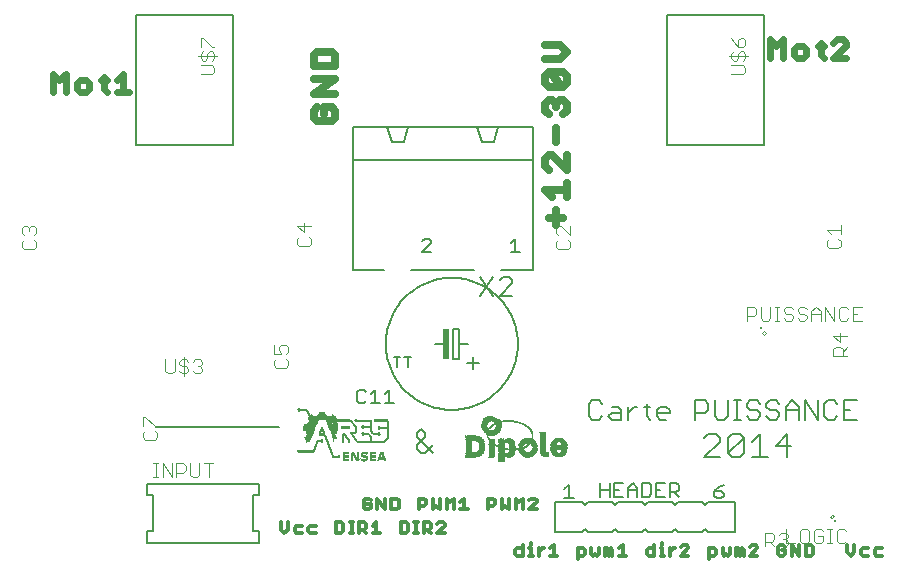
<source format=gto>
G75*
%MOIN*%
%OFA0B0*%
%FSLAX24Y24*%
%IPPOS*%
%LPD*%
%AMOC8*
5,1,8,0,0,1.08239X$1,22.5*
%
%ADD10C,0.0240*%
%ADD11C,0.0140*%
%ADD12C,0.0280*%
%ADD13C,0.0060*%
%ADD14R,0.0012X0.0004*%
%ADD15R,0.0008X0.0004*%
%ADD16R,0.0012X0.0004*%
%ADD17R,0.0004X0.0004*%
%ADD18R,0.0024X0.0004*%
%ADD19R,0.0188X0.0004*%
%ADD20R,0.0188X0.0004*%
%ADD21R,0.0180X0.0004*%
%ADD22R,0.0184X0.0004*%
%ADD23R,0.0192X0.0004*%
%ADD24R,0.0184X0.0004*%
%ADD25R,0.0096X0.0004*%
%ADD26R,0.0032X0.0004*%
%ADD27R,0.0016X0.0004*%
%ADD28R,0.0004X0.0004*%
%ADD29R,0.0116X0.0004*%
%ADD30R,0.0316X0.0004*%
%ADD31R,0.0032X0.0004*%
%ADD32R,0.0044X0.0004*%
%ADD33R,0.0140X0.0004*%
%ADD34R,0.0080X0.0004*%
%ADD35R,0.0372X0.0004*%
%ADD36R,0.0168X0.0004*%
%ADD37R,0.0144X0.0004*%
%ADD38R,0.0008X0.0004*%
%ADD39R,0.0004X0.0004*%
%ADD40R,0.0088X0.0004*%
%ADD41R,0.0380X0.0004*%
%ADD42R,0.0172X0.0004*%
%ADD43R,0.0036X0.0004*%
%ADD44R,0.0076X0.0004*%
%ADD45R,0.0160X0.0004*%
%ADD46R,0.0396X0.0004*%
%ADD47R,0.0164X0.0004*%
%ADD48R,0.0412X0.0004*%
%ADD49R,0.0200X0.0004*%
%ADD50R,0.0220X0.0004*%
%ADD51R,0.0208X0.0004*%
%ADD52R,0.0428X0.0004*%
%ADD53R,0.0244X0.0004*%
%ADD54R,0.0232X0.0004*%
%ADD55R,0.0440X0.0004*%
%ADD56R,0.0228X0.0004*%
%ADD57R,0.0264X0.0004*%
%ADD58R,0.0256X0.0004*%
%ADD59R,0.0448X0.0004*%
%ADD60R,0.0272X0.0004*%
%ADD61R,0.0204X0.0004*%
%ADD62R,0.0276X0.0004*%
%ADD63R,0.0460X0.0004*%
%ADD64R,0.0296X0.0004*%
%ADD65R,0.0288X0.0004*%
%ADD66R,0.0468X0.0004*%
%ADD67R,0.0264X0.0004*%
%ADD68R,0.0312X0.0004*%
%ADD69R,0.0216X0.0004*%
%ADD70R,0.0472X0.0004*%
%ADD71R,0.0268X0.0004*%
%ADD72R,0.0324X0.0004*%
%ADD73R,0.0224X0.0004*%
%ADD74R,0.0480X0.0004*%
%ADD75R,0.0276X0.0004*%
%ADD76R,0.0336X0.0004*%
%ADD77R,0.0224X0.0004*%
%ADD78R,0.0324X0.0004*%
%ADD79R,0.0488X0.0004*%
%ADD80R,0.0348X0.0004*%
%ADD81R,0.0228X0.0004*%
%ADD82R,0.0344X0.0004*%
%ADD83R,0.0496X0.0004*%
%ADD84R,0.0364X0.0004*%
%ADD85R,0.0352X0.0004*%
%ADD86R,0.0504X0.0004*%
%ADD87R,0.0304X0.0004*%
%ADD88R,0.0372X0.0004*%
%ADD89R,0.0240X0.0004*%
%ADD90R,0.0360X0.0004*%
%ADD91R,0.0308X0.0004*%
%ADD92R,0.0388X0.0004*%
%ADD93R,0.0368X0.0004*%
%ADD94R,0.0512X0.0004*%
%ADD95R,0.0504X0.0004*%
%ADD96R,0.0392X0.0004*%
%ADD97R,0.0248X0.0004*%
%ADD98R,0.0376X0.0004*%
%ADD99R,0.0520X0.0004*%
%ADD100R,0.0256X0.0004*%
%ADD101R,0.0384X0.0004*%
%ADD102R,0.0528X0.0004*%
%ADD103R,0.0508X0.0004*%
%ADD104R,0.0416X0.0004*%
%ADD105R,0.0252X0.0004*%
%ADD106R,0.0400X0.0004*%
%ADD107R,0.0512X0.0004*%
%ADD108R,0.0420X0.0004*%
%ADD109R,0.0408X0.0004*%
%ADD110R,0.0536X0.0004*%
%ADD111R,0.0536X0.0004*%
%ADD112R,0.0416X0.0004*%
%ADD113R,0.0544X0.0004*%
%ADD114R,0.0264X0.0004*%
%ADD115R,0.0424X0.0004*%
%ADD116R,0.0548X0.0004*%
%ADD117R,0.0516X0.0004*%
%ADD118R,0.0456X0.0004*%
%ADD119R,0.0552X0.0004*%
%ADD120R,0.0272X0.0004*%
%ADD121R,0.0440X0.0004*%
%ADD122R,0.0556X0.0004*%
%ADD123R,0.0444X0.0004*%
%ADD124R,0.0560X0.0004*%
%ADD125R,0.0192X0.0004*%
%ADD126R,0.0528X0.0004*%
%ADD127R,0.0272X0.0004*%
%ADD128R,0.0448X0.0004*%
%ADD129R,0.0560X0.0004*%
%ADD130R,0.0524X0.0004*%
%ADD131R,0.0564X0.0004*%
%ADD132R,0.0492X0.0004*%
%ADD133R,0.0572X0.0004*%
%ADD134R,0.0532X0.0004*%
%ADD135R,0.0280X0.0004*%
%ADD136R,0.0464X0.0004*%
%ADD137R,0.0580X0.0004*%
%ADD138R,0.0532X0.0004*%
%ADD139R,0.0508X0.0004*%
%ADD140R,0.0284X0.0004*%
%ADD141R,0.0476X0.0004*%
%ADD142R,0.0580X0.0004*%
%ADD143R,0.0260X0.0004*%
%ADD144R,0.0480X0.0004*%
%ADD145R,0.0248X0.0004*%
%ADD146R,0.0284X0.0004*%
%ADD147R,0.0588X0.0004*%
%ADD148R,0.0232X0.0004*%
%ADD149R,0.0212X0.0004*%
%ADD150R,0.0196X0.0004*%
%ADD151R,0.0296X0.0004*%
%ADD152R,0.0220X0.0004*%
%ADD153R,0.0212X0.0004*%
%ADD154R,0.0540X0.0004*%
%ADD155R,0.0288X0.0004*%
%ADD156R,0.0208X0.0004*%
%ADD157R,0.0200X0.0004*%
%ADD158R,0.0196X0.0004*%
%ADD159R,0.0540X0.0004*%
%ADD160R,0.0212X0.0004*%
%ADD161R,0.0192X0.0004*%
%ADD162R,0.0204X0.0004*%
%ADD163R,0.0292X0.0004*%
%ADD164R,0.0244X0.0004*%
%ADD165R,0.0252X0.0004*%
%ADD166R,0.0184X0.0004*%
%ADD167R,0.0244X0.0004*%
%ADD168R,0.0192X0.0004*%
%ADD169R,0.0236X0.0004*%
%ADD170R,0.0048X0.0004*%
%ADD171R,0.0176X0.0004*%
%ADD172R,0.0204X0.0004*%
%ADD173R,0.0180X0.0004*%
%ADD174R,0.0172X0.0004*%
%ADD175R,0.0172X0.0004*%
%ADD176R,0.0224X0.0004*%
%ADD177R,0.0172X0.0004*%
%ADD178R,0.0184X0.0004*%
%ADD179R,0.0260X0.0004*%
%ADD180R,0.0168X0.0004*%
%ADD181R,0.0616X0.0004*%
%ADD182R,0.0468X0.0004*%
%ADD183R,0.0164X0.0004*%
%ADD184R,0.0012X0.0004*%
%ADD185R,0.0004X0.0004*%
%ADD186R,0.0332X0.0004*%
%ADD187R,0.0568X0.0004*%
%ADD188R,0.0164X0.0004*%
%ADD189R,0.0240X0.0004*%
%ADD190R,0.0564X0.0004*%
%ADD191R,0.0020X0.0004*%
%ADD192R,0.0216X0.0004*%
%ADD193R,0.0568X0.0004*%
%ADD194R,0.0068X0.0004*%
%ADD195R,0.0164X0.0004*%
%ADD196R,0.0060X0.0004*%
%ADD197R,0.0056X0.0004*%
%ADD198R,0.0060X0.0004*%
%ADD199R,0.0160X0.0004*%
%ADD200R,0.0052X0.0004*%
%ADD201R,0.0236X0.0004*%
%ADD202R,0.0048X0.0004*%
%ADD203R,0.0040X0.0004*%
%ADD204R,0.0556X0.0004*%
%ADD205R,0.0064X0.0004*%
%ADD206R,0.0040X0.0004*%
%ADD207R,0.0064X0.0004*%
%ADD208R,0.0052X0.0004*%
%ADD209R,0.0056X0.0004*%
%ADD210R,0.0044X0.0004*%
%ADD211R,0.0036X0.0004*%
%ADD212R,0.0212X0.0004*%
%ADD213R,0.0204X0.0004*%
%ADD214R,0.0176X0.0004*%
%ADD215R,0.0232X0.0004*%
%ADD216R,0.0532X0.0004*%
%ADD217R,0.0532X0.0004*%
%ADD218R,0.0524X0.0004*%
%ADD219R,0.0512X0.0004*%
%ADD220R,0.0524X0.0004*%
%ADD221R,0.0500X0.0004*%
%ADD222R,0.0484X0.0004*%
%ADD223R,0.0452X0.0004*%
%ADD224R,0.0516X0.0004*%
%ADD225R,0.0512X0.0004*%
%ADD226R,0.0336X0.0004*%
%ADD227R,0.0124X0.0004*%
%ADD228R,0.0504X0.0004*%
%ADD229R,0.0504X0.0004*%
%ADD230R,0.0412X0.0004*%
%ADD231R,0.0432X0.0004*%
%ADD232R,0.0304X0.0004*%
%ADD233R,0.0596X0.0004*%
%ADD234R,0.0596X0.0004*%
%ADD235R,0.0376X0.0004*%
%ADD236R,0.0356X0.0004*%
%ADD237R,0.0584X0.0004*%
%ADD238R,0.0584X0.0004*%
%ADD239R,0.0340X0.0004*%
%ADD240R,0.0576X0.0004*%
%ADD241R,0.0324X0.0004*%
%ADD242R,0.0292X0.0004*%
%ADD243R,0.0132X0.0004*%
%ADD244R,0.0152X0.0004*%
%ADD245R,0.0032X0.0004*%
%ADD246R,0.0128X0.0004*%
%ADD247R,0.0028X0.0004*%
%ADD248R,0.0544X0.0004*%
%ADD249R,0.0140X0.0004*%
%ADD250R,0.0012X0.0004*%
%ADD251R,0.0028X0.0004*%
%ADD252R,0.0116X0.0004*%
%ADD253R,0.0104X0.0004*%
%ADD254R,0.0492X0.0004*%
%ADD255R,0.0492X0.0004*%
%ADD256R,0.0032X0.0004*%
%ADD257R,0.0436X0.0004*%
%ADD258R,0.0024X0.0004*%
%ADD259R,0.0092X0.0004*%
%ADD260R,0.0020X0.0004*%
%ADD261R,0.0120X0.0004*%
%ADD262R,0.0268X0.0004*%
%ADD263R,0.0332X0.0004*%
%ADD264R,0.0384X0.0004*%
%ADD265R,0.0432X0.0004*%
%ADD266R,0.0452X0.0004*%
%ADD267R,0.0476X0.0004*%
%ADD268R,0.0484X0.0004*%
%ADD269R,0.0064X0.0004*%
%ADD270R,0.0520X0.0004*%
%ADD271R,0.0548X0.0004*%
%ADD272R,0.0552X0.0004*%
%ADD273R,0.0044X0.0004*%
%ADD274R,0.0044X0.0004*%
%ADD275R,0.0052X0.0004*%
%ADD276R,0.0072X0.0004*%
%ADD277R,0.0072X0.0004*%
%ADD278R,0.0084X0.0004*%
%ADD279R,0.0072X0.0004*%
%ADD280R,0.0084X0.0004*%
%ADD281R,0.0080X0.0004*%
%ADD282R,0.0100X0.0004*%
%ADD283R,0.0096X0.0004*%
%ADD284R,0.0108X0.0004*%
%ADD285R,0.0284X0.0004*%
%ADD286R,0.0124X0.0004*%
%ADD287R,0.0328X0.0004*%
%ADD288R,0.0136X0.0004*%
%ADD289R,0.0384X0.0004*%
%ADD290R,0.0152X0.0004*%
%ADD291R,0.0444X0.0004*%
%ADD292R,0.0388X0.0004*%
%ADD293R,0.0340X0.0004*%
%ADD294R,0.0252X0.0004*%
%ADD295R,0.0152X0.0004*%
%ADD296R,0.0088X0.0004*%
%ADD297R,0.0076X0.0004*%
%ADD298R,0.0092X0.0004*%
%ADD299R,0.0100X0.0004*%
%ADD300R,0.0072X0.0004*%
%ADD301R,0.0108X0.0004*%
%ADD302R,0.0104X0.0004*%
%ADD303R,0.0112X0.0004*%
%ADD304R,0.0016X0.0004*%
%ADD305R,0.0252X0.0004*%
%ADD306R,0.0132X0.0004*%
%ADD307R,0.0052X0.0004*%
%ADD308R,0.0156X0.0004*%
%ADD309R,0.0092X0.0004*%
%ADD310R,0.0156X0.0004*%
%ADD311R,0.0068X0.0004*%
%ADD312R,0.0144X0.0004*%
%ADD313R,0.0024X0.0004*%
%ADD314R,0.0128X0.0004*%
%ADD315R,0.0120X0.0004*%
%ADD316R,0.0136X0.0004*%
%ADD317R,0.0112X0.0004*%
%ADD318R,0.0148X0.0004*%
%ADD319R,0.0084X0.0004*%
%ADD320R,0.0544X0.0004*%
%ADD321R,0.0572X0.0004*%
%ADD322R,0.0572X0.0004*%
%ADD323R,0.0936X0.0004*%
%ADD324R,0.0952X0.0004*%
%ADD325R,0.0960X0.0004*%
%ADD326R,0.0968X0.0004*%
%ADD327R,0.0972X0.0004*%
%ADD328R,0.0976X0.0004*%
%ADD329R,0.0984X0.0004*%
%ADD330R,0.0992X0.0004*%
%ADD331R,0.0092X0.0004*%
%ADD332R,0.0996X0.0004*%
%ADD333R,0.1004X0.0004*%
%ADD334R,0.0132X0.0004*%
%ADD335R,0.0144X0.0004*%
%ADD336R,0.0124X0.0004*%
%ADD337R,0.0224X0.0004*%
%ADD338R,0.0280X0.0004*%
%ADD339R,0.0104X0.0004*%
%ADD340R,0.0232X0.0004*%
%ADD341R,0.0104X0.0004*%
%ADD342R,0.0292X0.0004*%
%ADD343R,0.0244X0.0004*%
%ADD344R,0.0312X0.0004*%
%ADD345R,0.0392X0.0004*%
%ADD346R,0.0392X0.0004*%
%ADD347R,0.0344X0.0004*%
%ADD348R,0.0400X0.0004*%
%ADD349R,0.0344X0.0004*%
%ADD350R,0.0404X0.0004*%
%ADD351R,0.0348X0.0004*%
%ADD352R,0.0404X0.0004*%
%ADD353R,0.0300X0.0004*%
%ADD354R,0.0408X0.0004*%
%ADD355R,0.0332X0.0004*%
%ADD356R,0.0412X0.0004*%
%ADD357R,0.0132X0.0004*%
%ADD358R,0.0412X0.0004*%
%ADD359R,0.0112X0.0004*%
%ADD360R,0.0084X0.0004*%
%ADD361R,0.0124X0.0004*%
%ADD362R,0.0308X0.0004*%
%ADD363R,0.0152X0.0004*%
%ADD364R,0.0304X0.0004*%
%ADD365R,0.0320X0.0004*%
%ADD366R,0.0488X0.0004*%
%ADD367R,0.0312X0.0004*%
%ADD368R,0.0316X0.0004*%
%ADD369R,0.0492X0.0004*%
%ADD370R,0.0332X0.0004*%
%ADD371R,0.0344X0.0004*%
%ADD372R,0.0472X0.0004*%
%ADD373R,0.0464X0.0004*%
%ADD374R,0.0900X0.0004*%
%ADD375R,0.0908X0.0004*%
%ADD376R,0.0912X0.0004*%
%ADD377R,0.0920X0.0004*%
%ADD378R,0.0920X0.0004*%
%ADD379R,0.0924X0.0004*%
%ADD380R,0.0928X0.0004*%
%ADD381R,0.0932X0.0004*%
%ADD382R,0.0940X0.0004*%
%ADD383R,0.0940X0.0004*%
%ADD384R,0.0944X0.0004*%
%ADD385R,0.0948X0.0004*%
%ADD386R,0.0952X0.0004*%
%ADD387R,0.0948X0.0004*%
%ADD388R,0.0944X0.0004*%
%ADD389R,0.0912X0.0004*%
%ADD390R,0.0892X0.0004*%
%ADD391R,0.0884X0.0004*%
%ADD392R,0.0876X0.0004*%
%ADD393R,0.0868X0.0004*%
%ADD394R,0.0428X0.0004*%
%ADD395R,0.0024X0.0004*%
%ADD396C,0.0070*%
%ADD397C,0.0040*%
%ADD398C,0.0025*%
%ADD399C,0.0098*%
%ADD400C,0.0050*%
%ADD401R,0.0200X0.1000*%
%ADD402C,0.0080*%
D10*
X007671Y018856D02*
X007671Y019476D01*
X007878Y019270D01*
X008085Y019476D01*
X008085Y018856D01*
X008463Y018959D02*
X008463Y019166D01*
X008566Y019270D01*
X008773Y019270D01*
X008876Y019166D01*
X008876Y018959D01*
X008773Y018856D01*
X008566Y018856D01*
X008463Y018959D01*
X009255Y019270D02*
X009461Y019270D01*
X009358Y019373D02*
X009358Y018959D01*
X009461Y018856D01*
X009783Y018856D02*
X010196Y018856D01*
X009989Y018856D02*
X009989Y019476D01*
X009783Y019270D01*
X031568Y019998D02*
X031568Y020618D01*
X031775Y020411D01*
X031982Y020618D01*
X031982Y019998D01*
X032360Y020101D02*
X032360Y020308D01*
X032464Y020411D01*
X032671Y020411D01*
X032774Y020308D01*
X032774Y020101D01*
X032671Y019998D01*
X032464Y019998D01*
X032360Y020101D01*
X033152Y020411D02*
X033359Y020411D01*
X033256Y020515D02*
X033256Y020101D01*
X033359Y019998D01*
X033680Y019998D02*
X034094Y020411D01*
X034094Y020515D01*
X033990Y020618D01*
X033784Y020618D01*
X033680Y020515D01*
X033680Y019998D02*
X034094Y019998D01*
D11*
X023726Y005310D02*
X023606Y005310D01*
X023546Y005250D01*
X023726Y005310D02*
X023786Y005250D01*
X023786Y005190D01*
X023546Y004950D01*
X023786Y004950D01*
X023326Y004950D02*
X023326Y005310D01*
X023205Y005190D01*
X023085Y005310D01*
X023085Y004950D01*
X022865Y004950D02*
X022745Y005070D01*
X022625Y004950D01*
X022625Y005310D01*
X022405Y005250D02*
X022405Y005130D01*
X022345Y005070D01*
X022165Y005070D01*
X022165Y004950D02*
X022165Y005310D01*
X022345Y005310D01*
X022405Y005250D01*
X022865Y005310D02*
X022865Y004950D01*
X021484Y004950D02*
X021244Y004950D01*
X021364Y004950D02*
X021364Y005310D01*
X021244Y005190D01*
X021024Y005310D02*
X021024Y004950D01*
X020783Y004950D02*
X020783Y005310D01*
X020903Y005190D01*
X021024Y005310D01*
X020563Y005310D02*
X020563Y004950D01*
X020443Y005070D01*
X020323Y004950D01*
X020323Y005310D01*
X020103Y005250D02*
X020103Y005130D01*
X020043Y005070D01*
X019863Y005070D01*
X019863Y004950D02*
X019863Y005310D01*
X020043Y005310D01*
X020103Y005250D01*
X019182Y005250D02*
X019182Y005010D01*
X019122Y004950D01*
X018942Y004950D01*
X018942Y005310D01*
X019122Y005310D01*
X019182Y005250D01*
X018722Y005310D02*
X018722Y004950D01*
X018481Y005310D01*
X018481Y004950D01*
X018261Y005010D02*
X018261Y005130D01*
X018141Y005130D01*
X018021Y005010D02*
X018081Y004950D01*
X018201Y004950D01*
X018261Y005010D01*
X018021Y005010D02*
X018021Y005250D01*
X018081Y005310D01*
X018201Y005310D01*
X018261Y005250D01*
X018448Y004520D02*
X018328Y004400D01*
X018448Y004520D02*
X018448Y004160D01*
X018328Y004160D02*
X018568Y004160D01*
X018108Y004160D02*
X017988Y004280D01*
X018048Y004280D02*
X017868Y004280D01*
X017868Y004160D02*
X017868Y004520D01*
X018048Y004520D01*
X018108Y004460D01*
X018108Y004340D01*
X018048Y004280D01*
X017681Y004160D02*
X017561Y004160D01*
X017621Y004160D02*
X017621Y004520D01*
X017561Y004520D02*
X017681Y004520D01*
X017340Y004460D02*
X017340Y004220D01*
X017280Y004160D01*
X017100Y004160D01*
X017100Y004520D01*
X017280Y004520D01*
X017340Y004460D01*
X016420Y004400D02*
X016239Y004400D01*
X016179Y004340D01*
X016179Y004220D01*
X016239Y004160D01*
X016420Y004160D01*
X015959Y004160D02*
X015779Y004160D01*
X015719Y004220D01*
X015719Y004340D01*
X015779Y004400D01*
X015959Y004400D01*
X015499Y004280D02*
X015499Y004520D01*
X015499Y004280D02*
X015379Y004160D01*
X015259Y004280D01*
X015259Y004520D01*
X019249Y004520D02*
X019249Y004160D01*
X019429Y004160D01*
X019489Y004220D01*
X019489Y004460D01*
X019429Y004520D01*
X019249Y004520D01*
X019709Y004520D02*
X019829Y004520D01*
X019769Y004520D02*
X019769Y004160D01*
X019709Y004160D02*
X019829Y004160D01*
X020016Y004160D02*
X020016Y004520D01*
X020196Y004520D01*
X020256Y004460D01*
X020256Y004340D01*
X020196Y004280D01*
X020016Y004280D01*
X020136Y004280D02*
X020256Y004160D01*
X020476Y004160D02*
X020717Y004400D01*
X020717Y004460D01*
X020657Y004520D01*
X020536Y004520D01*
X020476Y004460D01*
X020476Y004160D02*
X020717Y004160D01*
X023081Y003592D02*
X023141Y003652D01*
X023321Y003652D01*
X023321Y003772D02*
X023321Y003412D01*
X023141Y003412D01*
X023081Y003472D01*
X023081Y003592D01*
X023542Y003652D02*
X023602Y003652D01*
X023602Y003412D01*
X023542Y003412D02*
X023662Y003412D01*
X023849Y003412D02*
X023849Y003652D01*
X023969Y003652D02*
X024029Y003652D01*
X023969Y003652D02*
X023849Y003532D01*
X023602Y003772D02*
X023602Y003832D01*
X024232Y003652D02*
X024352Y003772D01*
X024352Y003412D01*
X024232Y003412D02*
X024472Y003412D01*
X025153Y003412D02*
X025333Y003412D01*
X025393Y003472D01*
X025393Y003592D01*
X025333Y003652D01*
X025153Y003652D01*
X025153Y003292D01*
X025613Y003472D02*
X025673Y003412D01*
X025734Y003472D01*
X025794Y003412D01*
X025854Y003472D01*
X025854Y003652D01*
X026074Y003652D02*
X026074Y003412D01*
X026194Y003412D02*
X026194Y003592D01*
X026254Y003652D01*
X026314Y003592D01*
X026314Y003412D01*
X026194Y003592D02*
X026134Y003652D01*
X026074Y003652D01*
X026534Y003652D02*
X026654Y003772D01*
X026654Y003412D01*
X026534Y003412D02*
X026774Y003412D01*
X027455Y003472D02*
X027515Y003412D01*
X027695Y003412D01*
X027695Y003772D01*
X027695Y003652D02*
X027515Y003652D01*
X027455Y003592D01*
X027455Y003472D01*
X027915Y003412D02*
X028035Y003412D01*
X027975Y003412D02*
X027975Y003652D01*
X027915Y003652D01*
X027975Y003772D02*
X027975Y003832D01*
X028222Y003652D02*
X028222Y003412D01*
X028222Y003532D02*
X028342Y003652D01*
X028402Y003652D01*
X028606Y003712D02*
X028666Y003772D01*
X028786Y003772D01*
X028846Y003712D01*
X028846Y003652D01*
X028606Y003412D01*
X028846Y003412D01*
X029527Y003412D02*
X029707Y003412D01*
X029767Y003472D01*
X029767Y003592D01*
X029707Y003652D01*
X029527Y003652D01*
X029527Y003292D01*
X029987Y003472D02*
X030047Y003412D01*
X030107Y003472D01*
X030167Y003412D01*
X030227Y003472D01*
X030227Y003652D01*
X030448Y003652D02*
X030508Y003652D01*
X030568Y003592D01*
X030628Y003652D01*
X030688Y003592D01*
X030688Y003412D01*
X030568Y003412D02*
X030568Y003592D01*
X030448Y003652D02*
X030448Y003412D01*
X029987Y003472D02*
X029987Y003652D01*
X030908Y003712D02*
X030968Y003772D01*
X031088Y003772D01*
X031148Y003712D01*
X031148Y003652D01*
X030908Y003412D01*
X031148Y003412D01*
X031829Y003472D02*
X031829Y003712D01*
X031889Y003772D01*
X032009Y003772D01*
X032069Y003712D01*
X032069Y003592D02*
X031949Y003592D01*
X032069Y003592D02*
X032069Y003472D01*
X032009Y003412D01*
X031889Y003412D01*
X031829Y003472D01*
X032289Y003412D02*
X032289Y003772D01*
X032529Y003412D01*
X032529Y003772D01*
X032749Y003772D02*
X032930Y003772D01*
X032990Y003712D01*
X032990Y003472D01*
X032930Y003412D01*
X032749Y003412D01*
X032749Y003772D01*
X034131Y003772D02*
X034131Y003532D01*
X034251Y003412D01*
X034371Y003532D01*
X034371Y003772D01*
X034591Y003592D02*
X034591Y003472D01*
X034651Y003412D01*
X034831Y003412D01*
X035051Y003472D02*
X035111Y003412D01*
X035292Y003412D01*
X035292Y003652D02*
X035111Y003652D01*
X035051Y003592D01*
X035051Y003472D01*
X034831Y003652D02*
X034651Y003652D01*
X034591Y003592D01*
X025613Y003652D02*
X025613Y003472D01*
D12*
X024428Y014438D02*
X024428Y014919D01*
X024188Y014678D02*
X024669Y014678D01*
X024789Y015359D02*
X024789Y015839D01*
X024789Y015599D02*
X024068Y015599D01*
X024308Y015359D01*
X024188Y016280D02*
X024068Y016400D01*
X024068Y016640D01*
X024188Y016760D01*
X024308Y016760D01*
X024789Y016280D01*
X024789Y016760D01*
X024428Y017201D02*
X024428Y017681D01*
X024188Y018121D02*
X024068Y018241D01*
X024068Y018482D01*
X024188Y018602D01*
X024308Y018602D01*
X024428Y018482D01*
X024549Y018602D01*
X024669Y018602D01*
X024789Y018482D01*
X024789Y018241D01*
X024669Y018121D01*
X024428Y018362D02*
X024428Y018482D01*
X024188Y019042D02*
X024068Y019162D01*
X024068Y019402D01*
X024188Y019523D01*
X024669Y019042D01*
X024789Y019162D01*
X024789Y019402D01*
X024669Y019523D01*
X024188Y019523D01*
X024068Y019963D02*
X024549Y019963D01*
X024789Y020203D01*
X024549Y020443D01*
X024068Y020443D01*
X024188Y019042D02*
X024669Y019042D01*
X017072Y018806D02*
X016352Y018806D01*
X017072Y019286D01*
X016352Y019286D01*
X016352Y019727D02*
X016352Y020087D01*
X016472Y020207D01*
X016952Y020207D01*
X017072Y020087D01*
X017072Y019727D01*
X016352Y019727D01*
X016472Y018366D02*
X016352Y018245D01*
X016352Y018005D01*
X016472Y017885D01*
X016952Y017885D01*
X017072Y018005D01*
X017072Y018245D01*
X016952Y018366D01*
X016712Y018366D01*
X016712Y018125D01*
D13*
X017661Y017694D02*
X023661Y017694D01*
X023661Y016594D01*
X017661Y016594D01*
X017661Y017694D01*
X018811Y017694D02*
X018961Y017194D01*
X019361Y017194D01*
X019511Y017694D01*
X017661Y016594D02*
X017661Y012944D01*
X018711Y012944D01*
X019611Y012944D02*
X021711Y012944D01*
X022611Y012944D02*
X023661Y012944D01*
X023661Y016594D01*
X022361Y017194D02*
X022511Y017694D01*
X021811Y017694D02*
X021961Y017194D01*
X022361Y017194D01*
X021208Y010968D02*
X021008Y010968D01*
X021008Y009968D01*
X021208Y009968D01*
X021208Y010468D01*
X021208Y010968D01*
X021208Y010468D02*
X021508Y010468D01*
X018758Y010468D02*
X018760Y010561D01*
X018766Y010655D01*
X018776Y010747D01*
X018790Y010840D01*
X018807Y010931D01*
X018829Y011022D01*
X018854Y011112D01*
X018884Y011201D01*
X018917Y011288D01*
X018953Y011374D01*
X018994Y011458D01*
X019037Y011541D01*
X019085Y011621D01*
X019135Y011700D01*
X019189Y011776D01*
X019246Y011850D01*
X019307Y011921D01*
X019370Y011990D01*
X019436Y012056D01*
X019505Y012119D01*
X019576Y012180D01*
X019650Y012237D01*
X019726Y012291D01*
X019805Y012341D01*
X019885Y012389D01*
X019968Y012432D01*
X020052Y012473D01*
X020138Y012509D01*
X020225Y012542D01*
X020314Y012572D01*
X020404Y012597D01*
X020495Y012619D01*
X020586Y012636D01*
X020679Y012650D01*
X020771Y012660D01*
X020865Y012666D01*
X020958Y012668D01*
X021051Y012666D01*
X021145Y012660D01*
X021237Y012650D01*
X021330Y012636D01*
X021421Y012619D01*
X021512Y012597D01*
X021602Y012572D01*
X021691Y012542D01*
X021778Y012509D01*
X021864Y012473D01*
X021948Y012432D01*
X022031Y012389D01*
X022111Y012341D01*
X022190Y012291D01*
X022266Y012237D01*
X022340Y012180D01*
X022411Y012119D01*
X022480Y012056D01*
X022546Y011990D01*
X022609Y011921D01*
X022670Y011850D01*
X022727Y011776D01*
X022781Y011700D01*
X022831Y011621D01*
X022879Y011541D01*
X022922Y011458D01*
X022963Y011374D01*
X022999Y011288D01*
X023032Y011201D01*
X023062Y011112D01*
X023087Y011022D01*
X023109Y010931D01*
X023126Y010840D01*
X023140Y010747D01*
X023150Y010655D01*
X023156Y010561D01*
X023158Y010468D01*
X023156Y010375D01*
X023150Y010281D01*
X023140Y010189D01*
X023126Y010096D01*
X023109Y010005D01*
X023087Y009914D01*
X023062Y009824D01*
X023032Y009735D01*
X022999Y009648D01*
X022963Y009562D01*
X022922Y009478D01*
X022879Y009395D01*
X022831Y009315D01*
X022781Y009236D01*
X022727Y009160D01*
X022670Y009086D01*
X022609Y009015D01*
X022546Y008946D01*
X022480Y008880D01*
X022411Y008817D01*
X022340Y008756D01*
X022266Y008699D01*
X022190Y008645D01*
X022111Y008595D01*
X022031Y008547D01*
X021948Y008504D01*
X021864Y008463D01*
X021778Y008427D01*
X021691Y008394D01*
X021602Y008364D01*
X021512Y008339D01*
X021421Y008317D01*
X021330Y008300D01*
X021237Y008286D01*
X021145Y008276D01*
X021051Y008270D01*
X020958Y008268D01*
X020865Y008270D01*
X020771Y008276D01*
X020679Y008286D01*
X020586Y008300D01*
X020495Y008317D01*
X020404Y008339D01*
X020314Y008364D01*
X020225Y008394D01*
X020138Y008427D01*
X020052Y008463D01*
X019968Y008504D01*
X019885Y008547D01*
X019805Y008595D01*
X019726Y008645D01*
X019650Y008699D01*
X019576Y008756D01*
X019505Y008817D01*
X019436Y008880D01*
X019370Y008946D01*
X019307Y009015D01*
X019246Y009086D01*
X019189Y009160D01*
X019135Y009236D01*
X019085Y009315D01*
X019037Y009395D01*
X018994Y009478D01*
X018953Y009562D01*
X018917Y009648D01*
X018884Y009735D01*
X018854Y009824D01*
X018829Y009914D01*
X018807Y010005D01*
X018790Y010096D01*
X018776Y010189D01*
X018766Y010281D01*
X018760Y010375D01*
X018758Y010468D01*
X020408Y010468D02*
X020708Y010468D01*
X021458Y009818D02*
X021858Y009818D01*
X021658Y009618D02*
X021658Y010018D01*
X025536Y008482D02*
X025536Y008054D01*
X025643Y007948D01*
X025857Y007948D01*
X025963Y008054D01*
X026181Y008054D02*
X026288Y008161D01*
X026608Y008161D01*
X026608Y008268D02*
X026501Y008375D01*
X026288Y008375D01*
X026608Y008268D02*
X026608Y007948D01*
X026288Y007948D01*
X026181Y008054D01*
X025963Y008482D02*
X025857Y008588D01*
X025643Y008588D01*
X025536Y008482D01*
X026825Y008375D02*
X026825Y007948D01*
X026825Y008161D02*
X027039Y008375D01*
X027146Y008375D01*
X027363Y008375D02*
X027576Y008375D01*
X027469Y008482D02*
X027469Y008054D01*
X027576Y007948D01*
X027792Y008054D02*
X027792Y008268D01*
X027899Y008375D01*
X028113Y008375D01*
X028219Y008268D01*
X028219Y008161D01*
X027792Y008161D01*
X027792Y008054D02*
X027899Y007948D01*
X028113Y007948D01*
X029081Y007948D02*
X029081Y008588D01*
X029402Y008588D01*
X029508Y008482D01*
X029508Y008268D01*
X029402Y008161D01*
X029081Y008161D01*
X029726Y008054D02*
X029726Y008588D01*
X030153Y008588D02*
X030153Y008054D01*
X030046Y007948D01*
X029833Y007948D01*
X029726Y008054D01*
X030370Y007948D02*
X030584Y007948D01*
X030477Y007948D02*
X030477Y008588D01*
X030370Y008588D02*
X030584Y008588D01*
X030800Y008482D02*
X030800Y008375D01*
X030907Y008268D01*
X031120Y008268D01*
X031227Y008161D01*
X031227Y008054D01*
X031120Y007948D01*
X030907Y007948D01*
X030800Y008054D01*
X030800Y008482D02*
X030907Y008588D01*
X031120Y008588D01*
X031227Y008482D01*
X031445Y008482D02*
X031445Y008375D01*
X031551Y008268D01*
X031765Y008268D01*
X031872Y008161D01*
X031872Y008054D01*
X031765Y007948D01*
X031551Y007948D01*
X031445Y008054D01*
X031445Y008482D02*
X031551Y008588D01*
X031765Y008588D01*
X031872Y008482D01*
X032089Y008375D02*
X032303Y008588D01*
X032516Y008375D01*
X032516Y007948D01*
X032734Y007948D02*
X032734Y008588D01*
X033161Y007948D01*
X033161Y008588D01*
X033378Y008482D02*
X033378Y008054D01*
X033485Y007948D01*
X033699Y007948D01*
X033805Y008054D01*
X034023Y007948D02*
X034450Y007948D01*
X034023Y007948D02*
X034023Y008588D01*
X034450Y008588D01*
X034236Y008268D02*
X034023Y008268D01*
X033805Y008482D02*
X033699Y008588D01*
X033485Y008588D01*
X033378Y008482D01*
X032516Y008268D02*
X032089Y008268D01*
X032089Y008375D02*
X032089Y007948D01*
X030389Y005204D02*
X029489Y005204D01*
X029389Y005104D01*
X029289Y005204D01*
X028489Y005204D01*
X028389Y005104D01*
X028289Y005204D01*
X027489Y005204D01*
X027389Y005104D01*
X027289Y005204D01*
X026489Y005204D01*
X026389Y005104D01*
X026289Y005204D01*
X025489Y005204D01*
X025389Y005104D01*
X025289Y005204D01*
X024389Y005204D01*
X024389Y004204D01*
X025289Y004204D01*
X025389Y004304D01*
X025489Y004204D01*
X026289Y004204D01*
X026389Y004304D01*
X026489Y004204D01*
X027289Y004204D01*
X027389Y004304D01*
X027489Y004204D01*
X028289Y004204D01*
X028389Y004304D01*
X028489Y004204D01*
X029289Y004204D01*
X029389Y004304D01*
X029489Y004204D01*
X030389Y004204D01*
X030389Y005204D01*
D14*
X024728Y006887D03*
X022528Y006527D03*
X021708Y007239D03*
X017032Y007235D03*
X017032Y007231D03*
X016308Y008083D03*
D15*
X016194Y008055D03*
X016986Y008083D03*
X016970Y007807D03*
X017034Y007227D03*
X017034Y007223D03*
X016146Y007175D03*
X017942Y006623D03*
X021486Y006675D03*
X021498Y006675D03*
X021514Y006675D03*
X021526Y006675D03*
X021570Y006675D03*
X021582Y006675D03*
X021598Y006675D03*
X021610Y006675D03*
X021626Y006675D03*
X021678Y006675D03*
X021706Y006675D03*
X021750Y006679D03*
X021762Y006679D03*
X022250Y006679D03*
X022262Y006679D03*
X022346Y006679D03*
X022546Y006527D03*
X022562Y006527D03*
X022590Y006527D03*
X022618Y006527D03*
X022630Y006527D03*
X022674Y006527D03*
X022802Y006807D03*
X022854Y006919D03*
X022866Y006947D03*
X022838Y006951D03*
X022810Y006955D03*
X023086Y006947D03*
X023114Y006951D03*
X023142Y006955D03*
X023514Y007311D03*
X024098Y006687D03*
X024522Y007067D03*
X024618Y007067D03*
X024634Y006887D03*
X024646Y006887D03*
X024714Y006887D03*
X024742Y006887D03*
X024758Y006887D03*
X024486Y007307D03*
X023542Y006679D03*
X023514Y006675D03*
X023498Y006675D03*
X023486Y006675D03*
X023470Y006675D03*
X023446Y006679D03*
X022290Y007279D03*
X022246Y007279D03*
X022246Y007399D03*
X022298Y007395D03*
X022138Y007435D03*
X021638Y007239D03*
X022262Y007879D03*
X022642Y007879D03*
X022698Y007887D03*
X022710Y007887D03*
X022702Y007859D03*
X022802Y007867D03*
X022814Y007867D03*
X022826Y007867D03*
X022854Y007867D03*
X022850Y007895D03*
X022878Y007895D03*
X022934Y007891D03*
X022946Y007891D03*
X022990Y007887D03*
X022978Y007859D03*
X023006Y007855D03*
X023142Y007827D03*
D16*
X022864Y007895D03*
X022260Y007279D03*
X022760Y006935D03*
X022660Y006527D03*
X022604Y006527D03*
X022576Y006527D03*
X022376Y006679D03*
X022280Y006679D03*
X021640Y006675D03*
X018140Y006775D03*
X016624Y007271D03*
D17*
X017036Y007215D03*
X016968Y007811D03*
X021468Y006675D03*
X021692Y006675D03*
X021732Y006675D03*
X021876Y006707D03*
X021752Y006831D03*
X021736Y006827D03*
X022236Y006679D03*
X022644Y006527D03*
X022872Y006667D03*
X022884Y006667D03*
X022832Y006815D03*
X023088Y006919D03*
X023372Y006971D03*
X023404Y007019D03*
X023512Y007147D03*
X023476Y007311D03*
X024048Y007507D03*
X024432Y007295D03*
X024444Y007299D03*
X024572Y007307D03*
X024552Y007067D03*
X024536Y007067D03*
X024508Y007067D03*
X024604Y007067D03*
X024664Y006887D03*
X024676Y006887D03*
X024772Y006887D03*
X024728Y006747D03*
X024652Y006699D03*
X023612Y006695D03*
X023596Y006691D03*
X023552Y006679D03*
X023516Y006839D03*
X023504Y006839D03*
X023488Y006839D03*
X022792Y007155D03*
X022328Y007399D03*
X022284Y007395D03*
X022276Y007279D03*
X021668Y007387D03*
X021572Y007387D03*
X021648Y007239D03*
X022332Y007571D03*
X022348Y007575D03*
X022272Y007879D03*
X022152Y008027D03*
X022612Y007875D03*
X022656Y007851D03*
X022712Y007859D03*
X022812Y007895D03*
X022868Y007867D03*
X022964Y007891D03*
D18*
X023658Y007431D03*
X023662Y007415D03*
X023666Y007367D03*
X023666Y007339D03*
X023662Y007335D03*
X023662Y007331D03*
X023662Y007327D03*
X023494Y007311D03*
X022694Y006527D03*
X022362Y007279D03*
X022334Y007279D03*
X022166Y007387D03*
X022166Y007395D03*
X018398Y007851D03*
X017994Y007411D03*
X017526Y007175D03*
X017326Y007175D03*
X017026Y007263D03*
X017026Y007267D03*
X017026Y007271D03*
X017066Y007415D03*
X017066Y007423D03*
X017066Y007427D03*
X016974Y007795D03*
X016198Y008063D03*
D19*
X016960Y007643D03*
X017676Y007495D03*
X017676Y007491D03*
X017676Y007487D03*
X018036Y006563D03*
X016168Y007271D03*
X016168Y007275D03*
X022072Y007615D03*
X022072Y007827D03*
X022500Y007827D03*
X022508Y007815D03*
X022508Y007807D03*
X022504Y007627D03*
X022496Y007615D03*
X022496Y007611D03*
X022612Y007275D03*
X022612Y007271D03*
X022612Y007267D03*
X022612Y007259D03*
X022612Y007255D03*
X022612Y007251D03*
X022612Y007239D03*
X022612Y007235D03*
X022612Y007231D03*
X022612Y007227D03*
X022612Y007099D03*
X022612Y007095D03*
X022612Y007087D03*
X022612Y007071D03*
X022612Y007067D03*
X022612Y007059D03*
X022616Y007051D03*
X022612Y007047D03*
X022612Y007011D03*
X022612Y006999D03*
X022612Y006991D03*
X022616Y006979D03*
X022612Y006975D03*
X022616Y006939D03*
X022612Y006935D03*
X022612Y006931D03*
X022616Y006927D03*
X022612Y006919D03*
X022612Y006907D03*
X022616Y006895D03*
X022616Y006871D03*
X022616Y006867D03*
X022616Y006859D03*
X022616Y006855D03*
X022616Y006735D03*
X022616Y006731D03*
X022616Y006719D03*
X022616Y006715D03*
X022616Y006707D03*
X022612Y006699D03*
X022616Y006691D03*
X022616Y006687D03*
X022616Y006679D03*
X022616Y006675D03*
X022612Y006671D03*
X022616Y006667D03*
X022616Y006659D03*
X022616Y006655D03*
X022616Y006651D03*
X022616Y006647D03*
X022616Y006639D03*
X022616Y006635D03*
X022616Y006627D03*
X022616Y006619D03*
X022612Y006615D03*
X022616Y006611D03*
X022616Y006607D03*
X022616Y006595D03*
X022616Y006591D03*
X022616Y006579D03*
X022616Y006571D03*
X022616Y006567D03*
X022616Y006559D03*
X022616Y006555D03*
X022616Y006551D03*
X022616Y006539D03*
X022616Y006535D03*
X022616Y006531D03*
X022288Y006687D03*
X022284Y006691D03*
X022288Y006695D03*
X022288Y006707D03*
X022284Y006719D03*
X022284Y006731D03*
X022288Y006735D03*
X022284Y006747D03*
X022288Y006751D03*
X022288Y006755D03*
X022284Y006759D03*
X022284Y006771D03*
X022284Y006775D03*
X022288Y006779D03*
X022284Y006787D03*
X022288Y006791D03*
X022284Y006799D03*
X022284Y006815D03*
X022288Y006819D03*
X022284Y006827D03*
X022284Y006831D03*
X022288Y006847D03*
X022288Y006851D03*
X022284Y006855D03*
X022284Y006867D03*
X022284Y006871D03*
X022288Y006875D03*
X022284Y006895D03*
X022284Y006899D03*
X022284Y006911D03*
X022288Y006915D03*
X022284Y006927D03*
X022284Y006939D03*
X022288Y006947D03*
X022284Y006951D03*
X022284Y006955D03*
X022284Y006967D03*
X022284Y006979D03*
X022284Y006991D03*
X022284Y006995D03*
X022284Y006999D03*
X022284Y007007D03*
X022284Y007011D03*
X022284Y007019D03*
X022284Y007031D03*
X022284Y007035D03*
X022284Y007039D03*
X022284Y007047D03*
X022284Y007051D03*
X022288Y007055D03*
X022284Y007059D03*
X022284Y007067D03*
X022284Y007071D03*
X022284Y007075D03*
X022284Y007079D03*
X022284Y007127D03*
X022284Y007131D03*
X022284Y007135D03*
X022284Y007147D03*
X022284Y007155D03*
X022284Y007159D03*
X022284Y007167D03*
X022284Y007171D03*
X022284Y007175D03*
X022284Y007187D03*
X022284Y007191D03*
X022284Y007195D03*
X022284Y007199D03*
X022284Y007211D03*
X022284Y007215D03*
X022284Y007219D03*
X022284Y007227D03*
X022284Y007231D03*
X022284Y007239D03*
X022284Y007247D03*
X022284Y007251D03*
X022284Y007255D03*
X022284Y007259D03*
X022284Y007267D03*
X022284Y007271D03*
X022980Y007027D03*
X022980Y006951D03*
X023288Y006887D03*
X023288Y007099D03*
X023292Y007107D03*
X023704Y007099D03*
X023988Y007099D03*
X023988Y007095D03*
X023988Y007091D03*
X023988Y007087D03*
X023988Y007079D03*
X023988Y007075D03*
X023992Y007055D03*
X023988Y007051D03*
X023988Y007047D03*
X023988Y007035D03*
X023988Y007031D03*
X023988Y007019D03*
X023988Y007007D03*
X023988Y006999D03*
X023988Y006979D03*
X023988Y006967D03*
X023992Y006959D03*
X023988Y006955D03*
X023988Y006951D03*
X023988Y006939D03*
X023992Y006931D03*
X023988Y006927D03*
X023992Y006915D03*
X023988Y006911D03*
X023988Y006907D03*
X023992Y006887D03*
X023992Y006875D03*
X023992Y006867D03*
X024096Y006699D03*
X024364Y006851D03*
X024368Y006847D03*
X024372Y006839D03*
X024376Y006835D03*
X024348Y006911D03*
X024348Y006919D03*
X024344Y006931D03*
X024348Y006935D03*
X024348Y007067D03*
X024348Y007071D03*
X024348Y007075D03*
X024348Y007079D03*
X024376Y007159D03*
X024384Y007167D03*
X024532Y007295D03*
X024684Y007167D03*
X024688Y006835D03*
X024536Y006691D03*
X023988Y007107D03*
X023988Y007111D03*
X023988Y007115D03*
X023988Y007119D03*
X023988Y007127D03*
X023988Y007131D03*
X023988Y007135D03*
X023988Y007147D03*
X023988Y007155D03*
X023988Y007159D03*
X023988Y007171D03*
X023988Y007175D03*
X023988Y007187D03*
X023988Y007191D03*
X023988Y007195D03*
X023988Y007199D03*
X023988Y007207D03*
X023988Y007211D03*
X023988Y007215D03*
X023988Y007219D03*
X023988Y007227D03*
X023988Y007231D03*
X023988Y007239D03*
X023988Y007255D03*
X023988Y007267D03*
X023988Y007279D03*
X023988Y007287D03*
X023988Y007291D03*
X023988Y007295D03*
X023988Y007299D03*
X023988Y007307D03*
X023988Y007311D03*
X023988Y007315D03*
X023988Y007319D03*
X023988Y007327D03*
X023988Y007331D03*
X023988Y007335D03*
X023988Y007339D03*
X023988Y007347D03*
X023988Y007351D03*
X023988Y007359D03*
X023988Y007367D03*
X023988Y007371D03*
X023988Y007375D03*
X023988Y007379D03*
X023988Y007391D03*
X023988Y007395D03*
X023988Y007399D03*
X023988Y007407D03*
X023988Y007411D03*
X023988Y007415D03*
X023988Y007419D03*
X023988Y007427D03*
X023988Y007431D03*
X023988Y007435D03*
X023988Y007439D03*
X023988Y007447D03*
X023988Y007459D03*
X023988Y007471D03*
X023988Y007475D03*
X023988Y007487D03*
X023988Y007491D03*
X023988Y007499D03*
X023496Y006691D03*
D20*
X023700Y006883D03*
X023700Y007103D03*
X023988Y007103D03*
X023988Y007123D03*
X023988Y007143D03*
X023988Y007183D03*
X023988Y007203D03*
X023988Y007223D03*
X023988Y007243D03*
X023988Y007283D03*
X023984Y007303D03*
X023988Y007323D03*
X023988Y007343D03*
X023988Y007363D03*
X023988Y007383D03*
X023988Y007403D03*
X023988Y007423D03*
X023988Y007443D03*
X023988Y007063D03*
X023988Y007023D03*
X023988Y007003D03*
X023988Y006983D03*
X023992Y006963D03*
X023992Y006943D03*
X023988Y006923D03*
X023988Y006883D03*
X024092Y006703D03*
X024348Y006923D03*
X023292Y006883D03*
X023292Y007103D03*
X022616Y007063D03*
X022612Y007003D03*
X022616Y006983D03*
X022616Y006923D03*
X022612Y006903D03*
X022616Y006883D03*
X022616Y006723D03*
X022616Y006703D03*
X022616Y006683D03*
X022616Y006663D03*
X022616Y006623D03*
X022616Y006583D03*
X022616Y006543D03*
X022288Y006683D03*
X022284Y006703D03*
X022288Y006723D03*
X022288Y006763D03*
X022284Y006803D03*
X022284Y006843D03*
X022284Y006883D03*
X022284Y006923D03*
X022288Y006943D03*
X022284Y006963D03*
X022284Y006983D03*
X022284Y007003D03*
X022284Y007023D03*
X022284Y007063D03*
X022284Y007143D03*
X022284Y007163D03*
X022284Y007183D03*
X022284Y007203D03*
X022284Y007223D03*
X022284Y007243D03*
X022284Y007263D03*
X022612Y007263D03*
X022504Y007623D03*
X022068Y007623D03*
X022072Y007823D03*
X018052Y006819D03*
X017676Y007499D03*
X016576Y007239D03*
D21*
X016168Y007267D03*
X016984Y007575D03*
X017680Y007507D03*
X018040Y006707D03*
X018044Y006703D03*
X018056Y006691D03*
X022060Y007635D03*
X022060Y007639D03*
X022068Y007627D03*
X022060Y007799D03*
X022060Y007807D03*
X022064Y007811D03*
X022504Y007819D03*
X022508Y007811D03*
X022508Y007635D03*
X022500Y007619D03*
X022832Y007891D03*
X022868Y007275D03*
X023284Y007091D03*
X023284Y006899D03*
X023284Y006895D03*
X022872Y006687D03*
X022616Y006547D03*
X022284Y007207D03*
X023708Y007087D03*
X024100Y006695D03*
X024356Y006871D03*
X024356Y006879D03*
X024348Y007095D03*
X024352Y007099D03*
X024352Y007107D03*
X024356Y007115D03*
X024356Y007119D03*
X024360Y007127D03*
X024360Y007131D03*
X024360Y007135D03*
X024364Y007139D03*
X024692Y007155D03*
X024696Y007151D03*
X024696Y007147D03*
X024700Y007139D03*
X024704Y007131D03*
X024708Y007111D03*
X024716Y007091D03*
X024716Y007087D03*
X024716Y007079D03*
X024716Y007075D03*
X024716Y007067D03*
X024696Y006847D03*
D22*
X024694Y006843D03*
X024354Y006883D03*
X024346Y007083D03*
X024366Y007143D03*
X024686Y007163D03*
X022614Y007103D03*
X022614Y007043D03*
X022614Y006943D03*
X022614Y006863D03*
X022614Y006643D03*
X022614Y006603D03*
X022618Y006563D03*
X022286Y006743D03*
X022286Y006823D03*
X022286Y006903D03*
X022286Y007043D03*
X022286Y007123D03*
X022614Y007243D03*
X022502Y007823D03*
X016982Y007579D03*
D23*
X016646Y008163D03*
X016646Y008167D03*
X017434Y006727D03*
X017434Y006675D03*
X018050Y006811D03*
X018050Y006815D03*
X018326Y006727D03*
X018326Y006723D03*
X018326Y006715D03*
X018326Y006711D03*
X018326Y006707D03*
X018326Y006703D03*
X018326Y006695D03*
X018326Y006691D03*
X018326Y006687D03*
X018326Y006683D03*
X018326Y006675D03*
X022074Y007611D03*
X022074Y007831D03*
X022494Y007835D03*
X022494Y007607D03*
X022286Y007179D03*
X022286Y007119D03*
X022286Y006987D03*
X022286Y006975D03*
X022286Y006971D03*
X022286Y006959D03*
X022286Y006879D03*
X022286Y006767D03*
X022614Y006875D03*
X022614Y006879D03*
X022614Y006887D03*
X022614Y006891D03*
X022614Y006987D03*
X022614Y007079D03*
X022614Y007111D03*
X022874Y006691D03*
X022614Y006587D03*
X022614Y006575D03*
X023294Y006879D03*
X023694Y007111D03*
X023990Y007139D03*
X023990Y007151D03*
X023990Y007167D03*
X023990Y007179D03*
X023990Y007235D03*
X023986Y007259D03*
X023986Y007271D03*
X023986Y007355D03*
X023986Y007451D03*
X023986Y007455D03*
X023986Y007467D03*
X023986Y007479D03*
X023990Y007071D03*
X023990Y007027D03*
X023990Y007015D03*
X023990Y006995D03*
X023990Y006991D03*
X023990Y006987D03*
X023990Y006975D03*
X023990Y006971D03*
X023990Y006947D03*
X023990Y006935D03*
X023990Y006919D03*
X023990Y006899D03*
X023990Y006895D03*
X023990Y006891D03*
X023990Y006879D03*
X023990Y006871D03*
X023994Y006859D03*
X024686Y006831D03*
D24*
X024362Y006855D03*
X024362Y006859D03*
X024358Y006867D03*
X024358Y006875D03*
X024354Y006887D03*
X024354Y006891D03*
X024346Y006915D03*
X024346Y006927D03*
X024346Y006939D03*
X024366Y007147D03*
X024374Y007151D03*
X024374Y007155D03*
X023986Y007387D03*
X023986Y007495D03*
X023706Y007095D03*
X023706Y007091D03*
X023706Y006895D03*
X023706Y006891D03*
X023702Y006887D03*
X023286Y006891D03*
X023286Y007095D03*
X022982Y006979D03*
X022614Y006995D03*
X022614Y007007D03*
X022614Y007055D03*
X022614Y007075D03*
X022614Y007091D03*
X022614Y007107D03*
X022614Y007247D03*
X022286Y007235D03*
X022286Y007151D03*
X022286Y007139D03*
X022286Y007027D03*
X022286Y007015D03*
X022286Y006935D03*
X022286Y006931D03*
X022286Y006919D03*
X022286Y006907D03*
X022286Y006891D03*
X022286Y006887D03*
X022286Y006859D03*
X022286Y006839D03*
X022286Y006835D03*
X022286Y006811D03*
X022286Y006807D03*
X022286Y006795D03*
X022286Y006739D03*
X022286Y006727D03*
X022286Y006715D03*
X022286Y006711D03*
X022286Y006699D03*
X022614Y006695D03*
X022614Y006711D03*
X022614Y006727D03*
X022614Y006739D03*
X022614Y006631D03*
X022614Y006599D03*
X022614Y006851D03*
X022614Y006899D03*
X022614Y006911D03*
X022614Y006915D03*
X022506Y007631D03*
X022066Y007631D03*
X022066Y007815D03*
X022066Y007819D03*
X018054Y006823D03*
X018054Y006695D03*
X017674Y007483D03*
X017678Y007503D03*
X016982Y007583D03*
X016982Y007587D03*
X016958Y007647D03*
X016954Y007651D03*
D25*
X017114Y007731D03*
X016990Y007451D03*
X016990Y007447D03*
X017326Y007231D03*
X017326Y007227D03*
X017326Y007223D03*
X017326Y007215D03*
X017326Y007211D03*
X017526Y007215D03*
X017526Y007223D03*
X017526Y007227D03*
X017526Y007231D03*
X017658Y006815D03*
X017822Y006575D03*
X017822Y006571D03*
X017990Y006791D03*
X018618Y006831D03*
X016990Y008051D03*
X022870Y007291D03*
X023146Y007839D03*
X023158Y007835D03*
X022874Y006671D03*
D26*
X022202Y007291D03*
X022198Y007295D03*
X022198Y007299D03*
X022182Y007331D03*
X022182Y007335D03*
X022178Y007347D03*
X022218Y007627D03*
X023578Y007591D03*
X023618Y007531D03*
X023638Y007499D03*
X023638Y007491D03*
X023642Y007487D03*
X023658Y007439D03*
X023658Y007435D03*
X023662Y007419D03*
X023662Y007407D03*
X023658Y007311D03*
X021442Y006675D03*
X018542Y007407D03*
X018542Y007611D03*
X018542Y007703D03*
X016978Y007783D03*
X016978Y007787D03*
X017022Y007291D03*
X017022Y007287D03*
X017022Y007283D03*
X015858Y008303D03*
D27*
X016970Y007803D03*
X017066Y007455D03*
X017066Y007451D03*
X017030Y007247D03*
X017030Y007243D03*
X017990Y007735D03*
X021546Y006675D03*
X022310Y007279D03*
X024698Y006887D03*
X024790Y006887D03*
D28*
X024580Y007067D03*
X022800Y006927D03*
X022360Y006679D03*
X021720Y006675D03*
X021680Y007387D03*
X022800Y007895D03*
X022840Y007867D03*
D29*
X022872Y006675D03*
X018620Y006803D03*
X018044Y006551D03*
X017812Y006611D03*
X017812Y006615D03*
X017668Y006775D03*
X017360Y007431D03*
X016988Y007475D03*
X016988Y007483D03*
X016900Y007711D03*
X016896Y007715D03*
X016880Y007755D03*
X017104Y007751D03*
X016992Y008043D03*
D30*
X016924Y007903D03*
X016936Y007867D03*
X016940Y007863D03*
X016352Y007915D03*
X021584Y006679D03*
X023504Y007275D03*
X024532Y006719D03*
X022244Y007999D03*
D31*
X022226Y007639D03*
X022210Y007615D03*
X022210Y007611D03*
X022206Y007607D03*
X022166Y007391D03*
X022166Y007379D03*
X022170Y007375D03*
X022174Y007355D03*
X022174Y007351D03*
X022186Y007319D03*
X022190Y007315D03*
X022210Y006679D03*
X023654Y007295D03*
X023666Y007379D03*
X023654Y007447D03*
X023654Y007451D03*
X023650Y007467D03*
X023646Y007475D03*
X023634Y007507D03*
X023630Y007511D03*
X023630Y007515D03*
X023610Y007547D03*
X023606Y007551D03*
X023594Y007571D03*
X023586Y007579D03*
X023574Y007595D03*
X018130Y006783D03*
X017070Y007391D03*
X017070Y007395D03*
X017314Y007623D03*
D32*
X017124Y007623D03*
X017124Y007627D03*
X017124Y007631D03*
X017124Y007615D03*
X017076Y007355D03*
X017076Y007351D03*
X017016Y007315D03*
X016792Y007251D03*
X016792Y007247D03*
X016784Y007267D03*
X016776Y007291D03*
X016768Y007311D03*
X016752Y007351D03*
X016748Y007363D03*
X016744Y007371D03*
X016744Y007375D03*
X016736Y007391D03*
X016736Y007395D03*
X016732Y007403D03*
X016708Y007467D03*
X016692Y007511D03*
X016688Y007523D03*
X016684Y007531D03*
X016676Y007555D03*
X016672Y007563D03*
X016668Y007575D03*
X016664Y007583D03*
X016664Y007587D03*
X016656Y007607D03*
X016604Y007603D03*
X016596Y007583D03*
X016592Y007571D03*
X016584Y007551D03*
X016584Y007547D03*
X016576Y007527D03*
X016572Y007515D03*
X016568Y007507D03*
X016564Y007495D03*
X016556Y007475D03*
X016476Y007191D03*
X016468Y007167D03*
X016456Y007135D03*
X016452Y007127D03*
X016448Y007115D03*
X016444Y007107D03*
X016444Y007103D03*
X016436Y007083D03*
X016428Y007063D03*
X016424Y007051D03*
X016416Y007031D03*
X016408Y007011D03*
X016392Y006967D03*
X016388Y006955D03*
X016384Y006943D03*
X016376Y006923D03*
X016372Y006915D03*
X016368Y006903D03*
X016852Y007087D03*
X016844Y007111D03*
X016836Y007131D03*
X016832Y007143D03*
X016828Y007155D03*
X016824Y007163D03*
X016816Y007183D03*
X016812Y007195D03*
X016808Y007207D03*
X016804Y007215D03*
X016868Y007047D03*
X016872Y007035D03*
X016876Y007027D03*
X016884Y007007D03*
X016884Y007003D03*
X016888Y006995D03*
X016888Y006991D03*
X016892Y006983D03*
X016896Y006971D03*
X016904Y006951D03*
X016912Y006931D03*
X016928Y006887D03*
X016936Y006867D03*
X016944Y006847D03*
X016948Y006835D03*
X016952Y006823D03*
X016956Y006815D03*
X016964Y006795D03*
X016964Y006791D03*
X016968Y006783D03*
X016972Y006771D03*
X016988Y006731D03*
X016988Y006727D03*
X017192Y006743D03*
X017324Y007267D03*
X017324Y007271D03*
X017324Y007275D03*
X017324Y007283D03*
X017324Y007287D03*
X017324Y007291D03*
X017324Y007295D03*
X017324Y007303D03*
X017324Y007307D03*
X017324Y007311D03*
X017324Y007315D03*
X017324Y007323D03*
X017324Y007327D03*
X017324Y007331D03*
X017324Y007335D03*
X017324Y007343D03*
X017324Y007347D03*
X017324Y007351D03*
X017324Y007355D03*
X017324Y007363D03*
X017324Y007367D03*
X017324Y007371D03*
X017324Y007375D03*
X017324Y007383D03*
X017324Y007387D03*
X017324Y007391D03*
X017324Y007395D03*
X017324Y007403D03*
X017324Y007407D03*
X017324Y007411D03*
X017516Y007711D03*
X017748Y007695D03*
X017748Y007691D03*
X017756Y007943D03*
X018252Y007875D03*
X018252Y007871D03*
X018252Y007867D03*
X018252Y007863D03*
X018252Y007855D03*
X018252Y007851D03*
X018252Y007847D03*
X018252Y007843D03*
X018252Y007835D03*
X018252Y007831D03*
X018252Y007827D03*
X018252Y007823D03*
X018252Y007815D03*
X018252Y007811D03*
X018252Y007807D03*
X018252Y007803D03*
X018252Y007795D03*
X018252Y007791D03*
X018252Y007787D03*
X018252Y007783D03*
X018252Y007775D03*
X018252Y007771D03*
X018252Y007767D03*
X018252Y007763D03*
X018252Y007755D03*
X018252Y007751D03*
X018252Y007747D03*
X018252Y007743D03*
X018252Y007735D03*
X018252Y007731D03*
X018252Y007727D03*
X018252Y007723D03*
X018252Y007715D03*
X018252Y007711D03*
X018252Y007707D03*
X018252Y007655D03*
X018252Y007651D03*
X018252Y007647D03*
X018252Y007643D03*
X018252Y007635D03*
X018252Y007631D03*
X018252Y007627D03*
X018252Y007623D03*
X018252Y007615D03*
X018252Y007611D03*
X018252Y007607D03*
X018252Y007603D03*
X018252Y007595D03*
X018252Y007591D03*
X018252Y007587D03*
X018252Y007583D03*
X018252Y007575D03*
X018252Y007571D03*
X018252Y007567D03*
X018264Y007343D03*
X018264Y007335D03*
X018264Y007331D03*
X018264Y007327D03*
X018264Y007323D03*
X018264Y007315D03*
X018264Y007311D03*
X018264Y007307D03*
X018264Y007303D03*
X018264Y007295D03*
X018264Y007291D03*
X018264Y007287D03*
X018264Y007283D03*
X018264Y007275D03*
X018264Y007271D03*
X018264Y007267D03*
X018264Y007263D03*
X018264Y007255D03*
X018264Y007251D03*
X018264Y007247D03*
X018264Y007243D03*
X018264Y007235D03*
X018264Y007231D03*
X018264Y007227D03*
X018264Y007223D03*
X017992Y007415D03*
X018396Y007855D03*
X016308Y008071D03*
X016156Y008187D03*
X022276Y007691D03*
X022292Y007707D03*
X022868Y007295D03*
X023432Y007019D03*
X023528Y007095D03*
X023512Y007659D03*
X023496Y007675D03*
X023492Y007679D03*
X023472Y007691D03*
X023472Y007695D03*
X023448Y007711D03*
X022312Y006679D03*
D33*
X022872Y006679D03*
X018620Y006771D03*
X018088Y006671D03*
X018044Y006555D03*
X016988Y007515D03*
X016876Y007795D03*
X016992Y008035D03*
X016304Y008035D03*
X016172Y007227D03*
D34*
X016622Y007251D03*
X016622Y007195D03*
X016998Y007407D03*
X016998Y007411D03*
X017106Y007483D03*
X017106Y007487D03*
X017106Y007491D03*
X017106Y007495D03*
X017106Y007655D03*
X017122Y007711D03*
X017010Y007723D03*
X017006Y007727D03*
X016994Y007743D03*
X017314Y007695D03*
X017754Y007927D03*
X017990Y007715D03*
X018398Y007871D03*
X018398Y007927D03*
X018542Y007683D03*
X018542Y007631D03*
X017514Y007263D03*
X017526Y007195D03*
X017326Y007195D03*
X017326Y007251D03*
X017190Y006727D03*
X017190Y006671D03*
X017826Y006551D03*
X018118Y006607D03*
X018122Y006651D03*
X016630Y007627D03*
X015858Y008231D03*
X015858Y008283D03*
X015858Y008287D03*
X023246Y007811D03*
X023298Y007791D03*
X023494Y006679D03*
D35*
X021612Y006683D03*
D36*
X022874Y006683D03*
X023270Y006923D03*
X023262Y006963D03*
X023270Y007063D03*
X023718Y007063D03*
X023726Y007043D03*
X023730Y006963D03*
X023726Y006943D03*
X022522Y007683D03*
X022526Y007703D03*
X022526Y007723D03*
X022526Y007743D03*
X022050Y007783D03*
X022046Y007763D03*
X022042Y007723D03*
X022046Y007703D03*
X022046Y007683D03*
D37*
X023498Y006683D03*
X016986Y007519D03*
D38*
X017034Y007219D03*
X022218Y007403D03*
X022274Y007563D03*
X022290Y007563D03*
X023018Y007883D03*
X023918Y007503D03*
X024014Y007503D03*
X024530Y007183D03*
X024546Y007183D03*
X024566Y006943D03*
X024578Y006943D03*
X024594Y006943D03*
X024498Y006943D03*
X024470Y006943D03*
X024126Y006843D03*
X024082Y006683D03*
X023106Y006923D03*
X022826Y006923D03*
D39*
X022772Y006963D03*
X022692Y007283D03*
X022612Y007283D03*
X022596Y007283D03*
X022356Y007403D03*
X023116Y006923D03*
X024472Y006683D03*
X024484Y006683D03*
X024508Y006943D03*
X024536Y006943D03*
X024548Y006943D03*
X024676Y006943D03*
X024688Y006943D03*
X024772Y006943D03*
X024788Y006943D03*
D40*
X024538Y006683D03*
X018618Y006839D03*
X017982Y006599D03*
X017826Y006559D03*
X018542Y007679D03*
X016630Y007619D03*
D41*
X016188Y007583D03*
X021616Y007379D03*
X022248Y007979D03*
X021616Y006687D03*
D42*
X022044Y007695D03*
X022044Y007719D03*
X022516Y007659D03*
X022520Y007667D03*
X022524Y007675D03*
X022524Y007679D03*
X022520Y007775D03*
X022520Y007779D03*
X023276Y007075D03*
X023716Y007071D03*
X023720Y007067D03*
X023724Y007055D03*
X023724Y007047D03*
X023724Y006935D03*
X023724Y006931D03*
X023500Y006687D03*
X024700Y006851D03*
X017684Y007511D03*
X016984Y007563D03*
X016304Y008023D03*
D43*
X016308Y008075D03*
X016200Y008071D03*
X017072Y007387D03*
X017072Y007383D03*
X017072Y007375D03*
X017020Y007295D03*
X017516Y007623D03*
X017992Y007503D03*
X018396Y007943D03*
X017956Y006611D03*
X015860Y006915D03*
X022192Y007311D03*
X022204Y007287D03*
X022212Y007619D03*
X022220Y007631D03*
X022224Y007635D03*
X022236Y007647D03*
X022236Y007651D03*
X022244Y007659D03*
X023544Y007631D03*
X023548Y007627D03*
X023564Y007607D03*
X023572Y007599D03*
X023584Y007587D03*
X023596Y007567D03*
X023600Y007559D03*
X023604Y007555D03*
X023616Y007539D03*
X023616Y007535D03*
X023636Y007495D03*
X023556Y007127D03*
X023544Y007115D03*
X023544Y007111D03*
X023520Y007091D03*
X024072Y006687D03*
D44*
X024148Y006687D03*
X018732Y006555D03*
X018728Y006563D03*
X018728Y006567D03*
X018724Y006575D03*
X018720Y006587D03*
X018712Y006603D03*
X018524Y006603D03*
X018520Y006595D03*
X018516Y006583D03*
X018512Y006575D03*
X018512Y006571D03*
X018508Y006563D03*
X018268Y006607D03*
X018268Y006611D03*
X018268Y006615D03*
X018268Y006623D03*
X018268Y006627D03*
X018268Y006631D03*
X018268Y006635D03*
X018268Y006643D03*
X018268Y006647D03*
X018268Y006651D03*
X018268Y006655D03*
X018268Y006663D03*
X018268Y006667D03*
X018268Y006671D03*
X018268Y006731D03*
X018268Y006735D03*
X018268Y006743D03*
X018268Y006747D03*
X018268Y006751D03*
X018268Y006755D03*
X018268Y006763D03*
X018268Y006767D03*
X018268Y006771D03*
X018268Y006775D03*
X018268Y006783D03*
X018128Y006643D03*
X018124Y006647D03*
X018128Y006635D03*
X018124Y006615D03*
X018124Y006611D03*
X017972Y006743D03*
X017976Y006783D03*
X018048Y006843D03*
X017528Y007191D03*
X017508Y007267D03*
X017324Y007191D03*
X017356Y007455D03*
X017108Y007503D03*
X017108Y007507D03*
X017000Y007403D03*
X017000Y007395D03*
X017024Y007711D03*
X017020Y007715D03*
X016992Y007747D03*
X017124Y007707D03*
X016632Y007635D03*
X016632Y007631D03*
X015860Y008227D03*
X017756Y007931D03*
X017756Y007871D03*
X017992Y007487D03*
X017992Y007427D03*
X018540Y007423D03*
X018540Y007483D03*
X018544Y007627D03*
X018544Y007687D03*
X018396Y007867D03*
X017376Y006783D03*
X017376Y006775D03*
X017376Y006771D03*
X017376Y006767D03*
X017376Y006763D03*
X017376Y006755D03*
X017376Y006751D03*
X017376Y006747D03*
X017376Y006743D03*
X017376Y006735D03*
X017376Y006731D03*
X017376Y006671D03*
X017376Y006667D03*
X017376Y006663D03*
X017376Y006655D03*
X017376Y006651D03*
X017376Y006647D03*
X017376Y006643D03*
X017376Y006635D03*
X017376Y006631D03*
X017376Y006627D03*
X017376Y006623D03*
X017376Y006615D03*
X017376Y006611D03*
X017376Y006607D03*
D45*
X016986Y007543D03*
X016990Y008027D03*
X016306Y008027D03*
X016170Y007247D03*
X023258Y006995D03*
X023262Y007035D03*
X023730Y007007D03*
X023730Y006995D03*
X023730Y006967D03*
X024534Y006687D03*
D46*
X024532Y007235D03*
X023496Y006747D03*
X022980Y006931D03*
X021624Y006691D03*
X021624Y007375D03*
X016204Y007643D03*
X016200Y007635D03*
X016200Y007631D03*
X016200Y007627D03*
D47*
X016872Y007835D03*
X016936Y007671D03*
X016984Y007555D03*
X016984Y007551D03*
X016984Y007547D03*
X016168Y007251D03*
X018028Y006715D03*
X022044Y007699D03*
X022044Y007715D03*
X022044Y007727D03*
X022044Y007751D03*
X022044Y007755D03*
X022284Y007407D03*
X022528Y007711D03*
X022528Y007727D03*
X022528Y007739D03*
X022524Y007767D03*
X023264Y007047D03*
X023264Y007039D03*
X023256Y006991D03*
X023724Y007051D03*
X023728Y007039D03*
X023728Y007035D03*
X023728Y007031D03*
X023732Y007027D03*
X023728Y007019D03*
X023732Y007015D03*
X023732Y007011D03*
X023732Y006999D03*
X023732Y006991D03*
X023732Y006987D03*
X023732Y006979D03*
X023732Y006975D03*
X023732Y006971D03*
X024108Y006691D03*
X024532Y007299D03*
D48*
X024532Y006759D03*
X022248Y007967D03*
X021628Y007371D03*
X021632Y006695D03*
X016232Y007731D03*
X016232Y007735D03*
X016228Y007727D03*
X016228Y007723D03*
D49*
X016206Y007387D03*
X016166Y007287D03*
X016570Y007231D03*
X016982Y007603D03*
X016982Y007607D03*
X016646Y008151D03*
X017438Y006835D03*
X017438Y006831D03*
X017438Y006827D03*
X017438Y006823D03*
X017438Y006815D03*
X017438Y006811D03*
X017438Y006807D03*
X017438Y006803D03*
X017438Y006795D03*
X017438Y006791D03*
X017438Y006787D03*
X017442Y006551D03*
X018038Y006571D03*
X018046Y006803D03*
X018330Y006803D03*
X018330Y006807D03*
X018330Y006811D03*
X018330Y006815D03*
X018330Y006823D03*
X018330Y006827D03*
X018330Y006831D03*
X018330Y006835D03*
X018330Y006795D03*
X018330Y006791D03*
X018330Y006787D03*
X021522Y006847D03*
X021522Y007055D03*
X021522Y007115D03*
X021966Y007055D03*
X021966Y007051D03*
X022294Y007111D03*
X022622Y007119D03*
X022618Y006971D03*
X022966Y006855D03*
X022966Y006851D03*
X022970Y006859D03*
X022874Y006695D03*
X022966Y007111D03*
X022966Y007115D03*
X023278Y006975D03*
X023498Y007295D03*
D50*
X023232Y006951D03*
X022948Y006819D03*
X022872Y006699D03*
X022952Y007139D03*
X022632Y007139D03*
X021944Y007159D03*
X021928Y006867D03*
X021532Y006819D03*
X022100Y007587D03*
X022464Y007575D03*
X022468Y007579D03*
X023496Y006695D03*
X016644Y007411D03*
X016632Y007443D03*
X016216Y007443D03*
X016184Y007355D03*
D51*
X016198Y007375D03*
X016166Y007295D03*
X016562Y007203D03*
X016566Y007211D03*
X016566Y007215D03*
X016978Y007623D03*
X017442Y006603D03*
X017442Y006595D03*
X017442Y006591D03*
X017442Y006587D03*
X017442Y006583D03*
X017442Y006575D03*
X017442Y006571D03*
X017442Y006567D03*
X017442Y006563D03*
X017442Y006555D03*
X021946Y006899D03*
X021946Y006907D03*
X021950Y006911D03*
X021950Y006915D03*
X021950Y006919D03*
X021954Y006927D03*
X021954Y006931D03*
X021958Y006939D03*
X021962Y006971D03*
X021962Y006975D03*
X021966Y006991D03*
X021966Y006995D03*
X021966Y007031D03*
X021966Y007059D03*
X021962Y007079D03*
X021962Y007087D03*
X021962Y007091D03*
X021962Y007095D03*
X021962Y007099D03*
X021962Y007107D03*
X021958Y007111D03*
X021954Y007127D03*
X022294Y007107D03*
X022622Y007127D03*
X022870Y007267D03*
X022958Y007131D03*
X022958Y007127D03*
X023314Y007127D03*
X023282Y006979D03*
X023678Y006859D03*
X024086Y006711D03*
X024534Y006695D03*
X022626Y006831D03*
X022478Y007591D03*
X022482Y007595D03*
X022094Y007855D03*
X022246Y008023D03*
D52*
X022284Y007475D03*
X021640Y006699D03*
X023496Y006759D03*
X024532Y006771D03*
X024532Y007215D03*
D53*
X024068Y006739D03*
X023496Y006699D03*
X022932Y006807D03*
X022872Y006711D03*
X022872Y006707D03*
X022588Y007035D03*
X021912Y007211D03*
X022448Y007567D03*
X022448Y007875D03*
X023492Y007287D03*
X016648Y008083D03*
D54*
X016646Y008103D03*
X016166Y007323D03*
X021914Y006851D03*
X021930Y007187D03*
X021926Y007191D03*
X021926Y007195D03*
X022110Y007575D03*
X022490Y007787D03*
X022246Y008019D03*
X022870Y007259D03*
X024070Y006731D03*
X024530Y006699D03*
D55*
X023494Y006763D03*
X023494Y007223D03*
X022246Y007955D03*
X021646Y006703D03*
D56*
X021932Y007183D03*
X022872Y007263D03*
X022872Y006703D03*
X016636Y007419D03*
D57*
X016226Y007519D03*
X022134Y007563D03*
X023494Y006703D03*
X024058Y006763D03*
D58*
X024530Y006703D03*
D59*
X023498Y006767D03*
X023498Y007219D03*
X021646Y006707D03*
X016646Y008035D03*
D60*
X018078Y007455D03*
X018082Y007447D03*
X023498Y006707D03*
D61*
X023688Y006867D03*
X023304Y006867D03*
X022964Y006847D03*
X022624Y006839D03*
X022624Y006835D03*
X022604Y007015D03*
X022872Y007271D03*
X022964Y007119D03*
X021968Y007047D03*
X021968Y007039D03*
X021968Y007035D03*
X021968Y007027D03*
X021968Y007019D03*
X021964Y007015D03*
X021968Y007011D03*
X021968Y007007D03*
X021964Y006999D03*
X021964Y006987D03*
X021964Y006979D03*
X021964Y006967D03*
X021956Y006947D03*
X021964Y007067D03*
X021964Y007071D03*
X021964Y007075D03*
X021524Y007239D03*
X022088Y007847D03*
X022092Y007851D03*
X024088Y006707D03*
X024392Y007175D03*
X024672Y007179D03*
X018332Y006603D03*
X018332Y006595D03*
X018332Y006591D03*
X018332Y006587D03*
X018332Y006583D03*
X018332Y006575D03*
X018332Y006571D03*
X018332Y006567D03*
X018332Y006563D03*
X018332Y006555D03*
X018332Y006551D03*
X018044Y006795D03*
X016976Y007627D03*
X016972Y007631D03*
X016568Y007227D03*
X016568Y007223D03*
X016204Y007383D03*
X016216Y007415D03*
X016216Y007423D03*
X016168Y007291D03*
X016648Y008143D03*
X016648Y008147D03*
D62*
X016648Y008063D03*
X018084Y007443D03*
X021880Y006827D03*
X022284Y007427D03*
X022868Y007239D03*
X024052Y006791D03*
X024052Y006779D03*
X024536Y006707D03*
D63*
X024532Y006791D03*
X024532Y007191D03*
X024532Y007195D03*
X022284Y007491D03*
X021656Y006711D03*
D64*
X022282Y007431D03*
X022866Y007231D03*
X023494Y006711D03*
X024534Y006715D03*
X022242Y008003D03*
X018438Y007471D03*
X017414Y007675D03*
X016350Y007895D03*
X016334Y007847D03*
X016330Y007843D03*
X016326Y007835D03*
D65*
X016342Y007863D03*
X016346Y007871D03*
X016350Y007887D03*
X016222Y007551D03*
X017414Y007647D03*
X018446Y007455D03*
X022246Y008007D03*
X022866Y007235D03*
X022870Y006731D03*
X022870Y006727D03*
X024042Y006827D03*
X024046Y006831D03*
X024042Y006839D03*
X024046Y006819D03*
X024046Y006807D03*
X024534Y006711D03*
X024534Y007275D03*
D66*
X024532Y007187D03*
X024532Y006799D03*
X023496Y006779D03*
X023496Y006775D03*
X022284Y007495D03*
X022244Y007939D03*
X021660Y006715D03*
X016648Y008031D03*
D67*
X021890Y006831D03*
X022870Y006715D03*
D68*
X023494Y006715D03*
X024534Y007267D03*
X016934Y007871D03*
X016930Y007875D03*
D69*
X016646Y008123D03*
X016646Y008127D03*
X016630Y007451D03*
X016630Y007447D03*
X016218Y007435D03*
X016190Y007363D03*
X016166Y007307D03*
X016166Y007303D03*
X018046Y006595D03*
X018046Y006591D03*
X021934Y006875D03*
X021934Y006879D03*
X021942Y006895D03*
X022298Y007099D03*
X022598Y007019D03*
X022630Y006827D03*
X022946Y006815D03*
X022974Y006919D03*
X023318Y006855D03*
X023318Y007131D03*
X024082Y006715D03*
X024394Y006819D03*
X024534Y007291D03*
X022686Y007867D03*
X022494Y007791D03*
X022098Y007859D03*
X021946Y007155D03*
X021950Y007147D03*
X021950Y007139D03*
D70*
X021662Y007351D03*
X021662Y006719D03*
X023498Y007207D03*
D71*
X024052Y006771D03*
X022872Y006719D03*
X021892Y007227D03*
X018452Y007435D03*
X018080Y007451D03*
X017104Y006715D03*
X017104Y006711D03*
X016228Y007531D03*
X016228Y007535D03*
D72*
X016292Y007775D03*
X015976Y008275D03*
X016924Y007911D03*
X016924Y007907D03*
X016944Y007855D03*
X016948Y007851D03*
X022284Y007439D03*
X023496Y007267D03*
X023496Y006719D03*
D73*
X023326Y006847D03*
X023322Y007135D03*
X022634Y006819D03*
X021918Y006855D03*
X021942Y007167D03*
X021938Y007171D03*
X021934Y007179D03*
X022102Y007579D03*
X022098Y007591D03*
X022106Y007867D03*
X022462Y007867D03*
X024078Y006719D03*
X018618Y006655D03*
X016638Y007415D03*
X016634Y007423D03*
X016218Y007447D03*
X016218Y007451D03*
X016218Y007455D03*
X016182Y007351D03*
X016178Y007347D03*
X016166Y007315D03*
X016166Y007311D03*
X016646Y008111D03*
X016646Y008115D03*
D74*
X021666Y006723D03*
X022286Y007943D03*
X023494Y006783D03*
D75*
X022868Y006723D03*
X022868Y007243D03*
D76*
X023494Y006723D03*
D77*
X024078Y006723D03*
D78*
X024536Y006723D03*
X024532Y007263D03*
D79*
X023494Y007195D03*
X023498Y006787D03*
X022286Y007507D03*
X022286Y007939D03*
X021670Y006727D03*
X018594Y007907D03*
X017350Y007911D03*
X016646Y008027D03*
D80*
X016200Y007571D03*
X018668Y007643D03*
X018668Y007647D03*
X018668Y007651D03*
X018668Y007655D03*
X018668Y007663D03*
X018668Y007667D03*
X018668Y007671D03*
X023496Y006727D03*
X024532Y007255D03*
D81*
X024400Y006815D03*
X024076Y006727D03*
X023668Y006851D03*
X023496Y007291D03*
X022944Y007147D03*
X022636Y007147D03*
X022592Y007027D03*
X022636Y006815D03*
X022940Y006811D03*
X022304Y007091D03*
X022304Y007095D03*
X021936Y007175D03*
X021920Y006859D03*
X022100Y007595D03*
X016632Y007431D03*
X016632Y007427D03*
X016176Y007343D03*
X016648Y008107D03*
D82*
X015982Y008243D03*
X015982Y008247D03*
X022982Y006927D03*
X024534Y006727D03*
X024534Y007259D03*
D83*
X022286Y007931D03*
X022286Y007935D03*
X021674Y006731D03*
D84*
X023492Y006731D03*
X023496Y007255D03*
X022244Y007983D03*
X016196Y007575D03*
D85*
X022286Y007447D03*
X024534Y006731D03*
D86*
X023494Y007187D03*
X022774Y007215D03*
X022286Y007515D03*
X021674Y007331D03*
X021678Y006739D03*
X021678Y006735D03*
X022774Y006747D03*
X016646Y008023D03*
D87*
X016922Y007891D03*
X016922Y007887D03*
X016926Y007883D03*
X016318Y007815D03*
X016314Y007811D03*
X016314Y007807D03*
X016218Y007555D03*
X022674Y006951D03*
X022866Y006735D03*
X022866Y007227D03*
D88*
X023496Y006735D03*
X016264Y007771D03*
D89*
X016646Y008087D03*
X016166Y007331D03*
X018618Y006635D03*
X021910Y006847D03*
X021918Y007207D03*
X022118Y007571D03*
X022114Y007871D03*
X022642Y007151D03*
X022870Y007255D03*
X024070Y006735D03*
X024534Y007287D03*
D90*
X024534Y006735D03*
X022286Y007451D03*
X016646Y008051D03*
D91*
X016352Y007911D03*
X016308Y007795D03*
X016304Y007791D03*
X016304Y007787D03*
X016300Y007783D03*
X022868Y006739D03*
X023508Y007279D03*
D92*
X023496Y007247D03*
X023496Y006739D03*
X024536Y007239D03*
X016648Y008047D03*
X016196Y007611D03*
X016196Y007607D03*
X016192Y007595D03*
D93*
X021830Y006819D03*
X024534Y006739D03*
X024534Y007247D03*
D94*
X022778Y006763D03*
X021682Y006743D03*
D95*
X022774Y006743D03*
D96*
X023494Y006743D03*
X023494Y007243D03*
X022286Y007463D03*
D97*
X024066Y006743D03*
X024530Y007283D03*
D98*
X024534Y007243D03*
X024534Y006743D03*
X016190Y007579D03*
D99*
X017354Y007891D03*
X021686Y006747D03*
X022778Y006767D03*
X022782Y006775D03*
X022782Y007187D03*
X022778Y007195D03*
X022286Y007919D03*
D100*
X021902Y007219D03*
X022578Y007039D03*
X022870Y007251D03*
X023346Y007147D03*
X024058Y006759D03*
X024058Y006755D03*
X024062Y006747D03*
X018618Y006615D03*
X018618Y006611D03*
X018074Y007467D03*
X017110Y006687D03*
X016226Y007511D03*
X016646Y008067D03*
D101*
X016190Y007591D03*
X016190Y007587D03*
X024530Y006747D03*
D102*
X023494Y006815D03*
X023494Y006819D03*
X022786Y006799D03*
X022786Y006791D03*
X022782Y006779D03*
X022782Y007175D03*
X022782Y007179D03*
X022286Y007531D03*
X021686Y007315D03*
X021690Y006755D03*
X021690Y006751D03*
X017354Y007883D03*
D103*
X022288Y007927D03*
X022776Y006751D03*
X023496Y006799D03*
D104*
X023494Y006751D03*
X023494Y007235D03*
X022286Y007471D03*
X022246Y007963D03*
X016242Y007763D03*
X016238Y007755D03*
X016234Y007743D03*
D105*
X016224Y007507D03*
X016224Y007503D03*
X022124Y007567D03*
X023220Y006947D03*
X024060Y006751D03*
D106*
X024534Y006751D03*
X024534Y007231D03*
X023498Y007239D03*
X022286Y007467D03*
X022246Y007971D03*
X016210Y007667D03*
X016206Y007655D03*
X016206Y007651D03*
X016206Y007647D03*
D107*
X022778Y006759D03*
X022778Y006755D03*
D108*
X023496Y006755D03*
X023492Y007231D03*
X024532Y007219D03*
X021636Y007367D03*
D109*
X024534Y007227D03*
X024534Y006755D03*
X016646Y008043D03*
X016222Y007707D03*
X016222Y007703D03*
X016218Y007695D03*
X016218Y007691D03*
X016214Y007683D03*
D110*
X021690Y007311D03*
X021694Y006759D03*
X022286Y007539D03*
D111*
X021694Y006763D03*
X023494Y007163D03*
D112*
X024534Y006763D03*
D113*
X023494Y007155D03*
X023494Y007159D03*
X021698Y006767D03*
D114*
X022654Y006959D03*
X024058Y006767D03*
X018618Y006607D03*
X018074Y007463D03*
X017106Y006707D03*
X017106Y006703D03*
X016226Y007523D03*
X016226Y007527D03*
D115*
X024534Y006767D03*
D116*
X023496Y006831D03*
X023496Y006835D03*
X022284Y007899D03*
X021700Y006771D03*
D117*
X021680Y007327D03*
X022776Y007199D03*
X022780Y006771D03*
X023496Y006807D03*
X023496Y007179D03*
D118*
X023498Y007215D03*
X023494Y006771D03*
X024534Y006787D03*
X022246Y007947D03*
D119*
X021698Y007299D03*
X021698Y007295D03*
X021702Y006775D03*
D120*
X022514Y007851D03*
X024050Y006787D03*
X024054Y006775D03*
X024530Y007279D03*
X016230Y007543D03*
D121*
X024534Y007211D03*
X024534Y007207D03*
X024534Y006775D03*
D122*
X024532Y007047D03*
X024532Y007051D03*
X024528Y007055D03*
X024532Y007059D03*
X023496Y007151D03*
X022284Y007551D03*
X021700Y007291D03*
X021704Y006779D03*
X017988Y007911D03*
X016092Y006855D03*
D123*
X022244Y007951D03*
X024532Y006779D03*
D124*
X024530Y007023D03*
X021706Y006783D03*
X021706Y007283D03*
X016094Y006859D03*
D125*
X016166Y007279D03*
X016214Y007399D03*
X018326Y006719D03*
X018326Y006699D03*
X018326Y006679D03*
X022286Y006783D03*
X022286Y006863D03*
X022286Y007083D03*
X022614Y007083D03*
X023986Y007163D03*
X023990Y007083D03*
X023990Y007043D03*
X023994Y006863D03*
X024346Y006943D03*
X024370Y006843D03*
X023990Y007263D03*
X023986Y007463D03*
X023986Y007483D03*
D126*
X022782Y006783D03*
D127*
X024050Y006783D03*
X022434Y007563D03*
X018450Y007439D03*
D128*
X022286Y007483D03*
X024534Y007203D03*
X024530Y006783D03*
D129*
X024534Y006947D03*
X024530Y006971D03*
X024530Y007011D03*
X024530Y007027D03*
X024530Y007031D03*
X024530Y007035D03*
X024530Y007039D03*
X022286Y007555D03*
X022286Y007891D03*
X021702Y007287D03*
X021706Y006787D03*
D130*
X021688Y007319D03*
X022284Y007527D03*
X022284Y007915D03*
X023496Y007175D03*
X023496Y006811D03*
X022784Y006787D03*
X017352Y007887D03*
D131*
X017988Y007903D03*
X017988Y007907D03*
X017992Y007887D03*
X017992Y007883D03*
X021708Y007279D03*
X021708Y006791D03*
X022284Y007559D03*
X022288Y007887D03*
X024528Y007015D03*
X024532Y007019D03*
X024532Y007007D03*
X024528Y006999D03*
X024532Y006995D03*
X024532Y006991D03*
X024528Y006987D03*
X024532Y006975D03*
X024532Y006967D03*
X024528Y006959D03*
X024532Y006951D03*
D132*
X023496Y006795D03*
X023496Y006791D03*
X022284Y007511D03*
X018596Y007883D03*
X018596Y007887D03*
X018596Y007891D03*
X018596Y007895D03*
X018596Y007903D03*
D133*
X021708Y007275D03*
X021712Y007267D03*
X021712Y006799D03*
X021712Y006795D03*
D134*
X022284Y007535D03*
X022784Y007171D03*
X022784Y007167D03*
X022784Y006795D03*
X023496Y007167D03*
X023496Y007171D03*
X022284Y007907D03*
X022284Y007911D03*
D135*
X021886Y007231D03*
X022662Y006955D03*
X024046Y006799D03*
X024050Y006795D03*
X018450Y007443D03*
X018450Y007447D03*
X016226Y007547D03*
D136*
X021654Y007355D03*
X022246Y007943D03*
X024534Y006795D03*
D137*
X021712Y006803D03*
D138*
X022788Y006803D03*
D139*
X023496Y006803D03*
X017352Y007899D03*
D140*
X016352Y007879D03*
X024048Y006803D03*
D141*
X024532Y006803D03*
X023496Y007203D03*
D142*
X023060Y006935D03*
X021716Y006811D03*
X021716Y006807D03*
D143*
X021892Y006835D03*
X022276Y007419D03*
X022648Y007155D03*
X022868Y007247D03*
X022648Y006807D03*
X022440Y007879D03*
X022248Y008011D03*
X022848Y007887D03*
X018456Y007431D03*
X017108Y006695D03*
X017108Y006691D03*
X016224Y007515D03*
D144*
X017350Y007915D03*
X018590Y007915D03*
X021662Y007347D03*
X024530Y006811D03*
X024530Y006807D03*
D145*
X022642Y006811D03*
X022270Y007415D03*
X018618Y006627D03*
X018618Y006623D03*
X018070Y007475D03*
X016646Y008075D03*
X016222Y007495D03*
X016222Y007491D03*
D146*
X016344Y007867D03*
X016348Y007875D03*
X016352Y007883D03*
X018448Y007451D03*
X024044Y006815D03*
X024044Y006811D03*
D147*
X021716Y006815D03*
X021720Y007251D03*
D148*
X021922Y007199D03*
X022102Y007599D03*
X023662Y007139D03*
X023662Y006847D03*
X024662Y006815D03*
X018618Y006651D03*
X018618Y006647D03*
X016218Y007463D03*
D149*
X016192Y007367D03*
X016648Y008131D03*
X016648Y008135D03*
X021948Y007151D03*
X021952Y007135D03*
X021952Y007131D03*
X022628Y007131D03*
X022628Y007135D03*
X022628Y006967D03*
X022952Y006827D03*
X023312Y006859D03*
X024672Y006819D03*
D150*
X022968Y006863D03*
X022976Y007063D03*
X022972Y007083D03*
X022488Y007603D03*
X022504Y007803D03*
X022080Y007603D03*
X021524Y007223D03*
X021520Y007203D03*
X021520Y007163D03*
X021524Y007143D03*
X021520Y007123D03*
X021520Y007103D03*
X021520Y007023D03*
X021524Y007003D03*
X021524Y006963D03*
X021520Y006943D03*
X021524Y006923D03*
X021524Y006903D03*
X021524Y006863D03*
X021524Y006843D03*
X021524Y006823D03*
X017436Y006719D03*
X017436Y006699D03*
X017436Y006679D03*
X016980Y007599D03*
X016964Y007639D03*
X016648Y008159D03*
D151*
X016350Y007899D03*
X016330Y007839D03*
X017414Y007679D03*
X017414Y007659D03*
X021866Y006823D03*
D152*
X021924Y006863D03*
X021936Y006883D03*
X022600Y007023D03*
X022632Y006823D03*
X021944Y007163D03*
X022100Y007583D03*
X022104Y007863D03*
X024008Y006843D03*
X024408Y007183D03*
X016648Y008119D03*
D153*
X016168Y007299D03*
X021952Y006923D03*
X022952Y006823D03*
D154*
X023496Y006823D03*
D155*
X024046Y006823D03*
D156*
X024386Y006823D03*
X023682Y007123D03*
X022962Y006843D03*
X021962Y006963D03*
X021958Y006943D03*
X021946Y006903D03*
X021966Y007003D03*
X021966Y007043D03*
X021966Y007063D03*
X021962Y007083D03*
X021962Y007103D03*
X021650Y007383D03*
X022494Y007843D03*
X018042Y006579D03*
X017442Y006579D03*
X017442Y006599D03*
X017442Y006559D03*
X016562Y007199D03*
X016646Y008139D03*
D157*
X017438Y006839D03*
X017438Y006819D03*
X017438Y006799D03*
X018046Y006799D03*
X018330Y006799D03*
X018330Y006819D03*
X018330Y006839D03*
X021522Y007083D03*
X022082Y007843D03*
X022962Y007123D03*
X022966Y007103D03*
X022974Y006883D03*
X023686Y006863D03*
X024678Y006823D03*
D158*
X024684Y006827D03*
X024380Y006827D03*
X023996Y006851D03*
X023996Y006855D03*
X023988Y007067D03*
X023988Y007275D03*
X023692Y007115D03*
X023688Y007119D03*
X023304Y007119D03*
X023300Y007115D03*
X023296Y007111D03*
X023248Y006955D03*
X023296Y006875D03*
X023300Y006871D03*
X022976Y006887D03*
X022976Y006891D03*
X022976Y006895D03*
X022972Y006879D03*
X022972Y006875D03*
X022972Y006871D03*
X022968Y006867D03*
X022980Y007007D03*
X022980Y007019D03*
X022976Y007067D03*
X022976Y007071D03*
X022972Y007075D03*
X022976Y007079D03*
X022972Y007087D03*
X022972Y007091D03*
X022972Y007095D03*
X022968Y007099D03*
X022968Y007107D03*
X022616Y007115D03*
X022288Y007115D03*
X022284Y007411D03*
X022488Y007599D03*
X022488Y007839D03*
X022080Y007839D03*
X021520Y007235D03*
X021520Y007231D03*
X021520Y007227D03*
X021520Y007219D03*
X021520Y007215D03*
X021520Y007211D03*
X021520Y007207D03*
X021520Y007199D03*
X021524Y007195D03*
X021520Y007191D03*
X021520Y007179D03*
X021520Y007151D03*
X021524Y007147D03*
X021524Y007139D03*
X021520Y007135D03*
X021520Y007131D03*
X021524Y007127D03*
X021520Y007119D03*
X021524Y007111D03*
X021520Y007107D03*
X021524Y007099D03*
X021520Y007095D03*
X021524Y007087D03*
X021524Y007071D03*
X021520Y007067D03*
X021524Y007059D03*
X021520Y007039D03*
X021520Y007035D03*
X021524Y007031D03*
X021520Y007027D03*
X021524Y007019D03*
X021524Y007015D03*
X021520Y007011D03*
X021520Y007007D03*
X021520Y006999D03*
X021520Y006995D03*
X021524Y006991D03*
X021524Y006987D03*
X021524Y006975D03*
X021520Y006971D03*
X021524Y006959D03*
X021520Y006939D03*
X021524Y006935D03*
X021524Y006931D03*
X021520Y006927D03*
X021524Y006919D03*
X021520Y006915D03*
X021520Y006911D03*
X021524Y006907D03*
X021520Y006899D03*
X021524Y006895D03*
X021524Y006891D03*
X021524Y006879D03*
X021524Y006875D03*
X021524Y006867D03*
X021524Y006839D03*
X021524Y006835D03*
X021520Y006831D03*
X021524Y006827D03*
X023692Y006871D03*
X023696Y006875D03*
X024388Y007171D03*
X024676Y007175D03*
X024680Y007171D03*
X018048Y006807D03*
X018036Y006567D03*
X017436Y006683D03*
X017436Y006687D03*
X017436Y006691D03*
X017436Y006695D03*
X017436Y006703D03*
X017436Y006707D03*
X017436Y006711D03*
X017436Y006715D03*
X017436Y006723D03*
X016572Y007235D03*
X016216Y007403D03*
X016216Y007407D03*
X016216Y007411D03*
X016212Y007395D03*
X016208Y007391D03*
X016168Y007283D03*
X016968Y007635D03*
X016648Y008155D03*
D159*
X021692Y007307D03*
X023496Y006827D03*
D160*
X023320Y006851D03*
X023676Y006855D03*
X022956Y006831D03*
X022956Y007135D03*
X022476Y007587D03*
X022496Y007795D03*
X021956Y007119D03*
X021960Y007115D03*
X021956Y006935D03*
X021940Y006891D03*
X021940Y006887D03*
X024400Y007179D03*
X018044Y006587D03*
X018044Y006583D03*
X016564Y007207D03*
X016196Y007371D03*
X016216Y007427D03*
X016216Y007431D03*
D161*
X016982Y007591D03*
X016982Y007595D03*
X021522Y007187D03*
X021522Y007175D03*
X021522Y007171D03*
X021522Y007167D03*
X021522Y007159D03*
X021522Y007155D03*
X021522Y007091D03*
X021522Y007079D03*
X021522Y007075D03*
X021522Y007051D03*
X021522Y007047D03*
X021522Y006979D03*
X021522Y006967D03*
X021522Y006955D03*
X021522Y006951D03*
X021522Y006947D03*
X021522Y006887D03*
X021522Y006871D03*
X021522Y006859D03*
X021522Y006855D03*
X021522Y006851D03*
X022282Y007275D03*
X022978Y007059D03*
X022978Y007055D03*
X022978Y007051D03*
X022978Y007047D03*
X022978Y007039D03*
X022982Y007035D03*
X022978Y007031D03*
X022982Y007015D03*
X022982Y007011D03*
X022982Y006999D03*
X022982Y006995D03*
X022982Y006991D03*
X022982Y006987D03*
X022982Y006975D03*
X022982Y006971D03*
X022982Y006967D03*
X022982Y006959D03*
X022982Y006955D03*
X022982Y006947D03*
X022978Y006915D03*
X022982Y006911D03*
X022978Y006907D03*
X022978Y006899D03*
X022618Y006847D03*
X023698Y006879D03*
X023698Y007107D03*
X024378Y006831D03*
X022498Y007831D03*
X022078Y007835D03*
X022078Y007607D03*
D162*
X022500Y007799D03*
X023680Y007127D03*
X024000Y006847D03*
X022960Y006839D03*
X022960Y006835D03*
X021960Y006951D03*
X021960Y006955D03*
X021960Y006959D03*
X018040Y006575D03*
X016980Y007611D03*
X016980Y007615D03*
D163*
X017416Y007651D03*
X017416Y007655D03*
X017416Y007683D03*
X017416Y007687D03*
X018440Y007467D03*
X018444Y007463D03*
X016336Y007851D03*
X016336Y007855D03*
X021876Y007235D03*
X024044Y006835D03*
D164*
X023660Y007131D03*
X023340Y006839D03*
X021900Y006839D03*
X018620Y006631D03*
X016220Y007483D03*
X016220Y007487D03*
D165*
X016648Y008071D03*
X018072Y007471D03*
X017112Y006683D03*
X021908Y007215D03*
X022128Y007879D03*
X022928Y007155D03*
X023648Y007147D03*
X023648Y006839D03*
D166*
X023990Y007011D03*
X023990Y007039D03*
X023990Y007059D03*
X023990Y007247D03*
X023990Y007251D03*
X024350Y007091D03*
X024350Y007087D03*
X024350Y006907D03*
X024350Y006899D03*
X024350Y006895D03*
X024690Y006839D03*
X024690Y007159D03*
X022070Y007619D03*
D167*
X021908Y006843D03*
X017112Y006679D03*
X016648Y008079D03*
D168*
X021522Y007183D03*
X021522Y007063D03*
X021522Y007043D03*
X021522Y006983D03*
X021522Y006883D03*
X022618Y006843D03*
X022978Y006903D03*
X022982Y006963D03*
X022982Y006983D03*
X022982Y007003D03*
X022982Y007023D03*
X022978Y007043D03*
X024382Y007163D03*
D169*
X023660Y006843D03*
X023332Y006843D03*
X018068Y007479D03*
X016172Y007339D03*
D170*
X016458Y007139D03*
X016450Y007119D03*
X016442Y007099D03*
X016434Y007079D03*
X016426Y007059D03*
X016398Y006979D03*
X016390Y006959D03*
X016382Y006939D03*
X016374Y006919D03*
X016366Y006899D03*
X016870Y007039D03*
X016878Y007019D03*
X016886Y006999D03*
X016894Y006979D03*
X016902Y006959D03*
X016910Y006939D03*
X016930Y006879D03*
X016938Y006859D03*
X016946Y006839D03*
X016954Y006819D03*
X016962Y006799D03*
X016970Y006779D03*
X016994Y006719D03*
X016834Y007139D03*
X016826Y007159D03*
X016818Y007179D03*
X016810Y007199D03*
X016802Y007219D03*
X016750Y007359D03*
X016742Y007379D03*
X016734Y007399D03*
X016710Y007459D03*
X016682Y007539D03*
X016674Y007559D03*
X016666Y007579D03*
X016658Y007599D03*
X016574Y007519D03*
X016566Y007499D03*
X016558Y007479D03*
X016550Y007459D03*
X017078Y007339D03*
X017122Y007599D03*
X017438Y007359D03*
X017746Y007699D03*
X018254Y007559D03*
X018542Y007699D03*
X018818Y007319D03*
X016194Y008099D03*
X016186Y008119D03*
X016178Y008139D03*
X016170Y008159D03*
X016158Y008179D03*
X016150Y008199D03*
X016142Y008219D03*
X015858Y008299D03*
X023430Y007723D03*
X023438Y007023D03*
X024162Y006843D03*
D171*
X024354Y007111D03*
X024702Y007135D03*
X024706Y007127D03*
X024706Y007119D03*
X024710Y007115D03*
X024710Y007107D03*
X024710Y007099D03*
X024714Y007095D03*
X024718Y007071D03*
X024702Y006859D03*
X024702Y006855D03*
X023718Y006915D03*
X023718Y006919D03*
X023714Y006911D03*
X023714Y006907D03*
X023710Y006899D03*
X023714Y007075D03*
X023714Y007079D03*
X023498Y007299D03*
X023282Y007087D03*
X023278Y007079D03*
X023274Y007071D03*
X023274Y007067D03*
X023266Y006967D03*
X023274Y006915D03*
X023274Y006911D03*
X023278Y006907D03*
X022510Y007639D03*
X022514Y007647D03*
X022514Y007651D03*
X022514Y007655D03*
X022522Y007771D03*
X022246Y008027D03*
X022058Y007795D03*
X022054Y007791D03*
X022054Y007787D03*
X022050Y007667D03*
X022054Y007659D03*
X022054Y007655D03*
X022054Y007651D03*
X022058Y007647D03*
X018058Y006827D03*
X018034Y006711D03*
X018062Y006687D03*
X016982Y007567D03*
X016982Y007571D03*
X016950Y007655D03*
X016646Y008171D03*
X016170Y007263D03*
D172*
X016216Y007419D03*
X016568Y007219D03*
X018332Y006599D03*
X018332Y006579D03*
X018332Y006559D03*
X021964Y006983D03*
X021968Y007023D03*
X023308Y007123D03*
X023308Y006863D03*
D173*
X023280Y006903D03*
X023280Y007083D03*
X023712Y007083D03*
X023712Y006903D03*
X024348Y006903D03*
X024360Y006863D03*
X024352Y007103D03*
X024356Y007123D03*
X024712Y007103D03*
X024716Y007083D03*
X022060Y007803D03*
X018048Y006699D03*
X017672Y007479D03*
D174*
X016984Y007559D03*
X022520Y007663D03*
X022524Y007763D03*
X023720Y006923D03*
X024704Y006863D03*
D175*
X024708Y006867D03*
X024708Y006871D03*
X024708Y006875D03*
X024712Y006879D03*
X023272Y006919D03*
X023268Y007055D03*
X023268Y007059D03*
X022872Y007279D03*
X022528Y007731D03*
X022048Y007675D03*
X018068Y006683D03*
X017672Y007475D03*
D176*
X016630Y007435D03*
X021930Y006871D03*
X023290Y006987D03*
X022990Y007867D03*
D177*
X022052Y007663D03*
X024712Y006883D03*
X016948Y007659D03*
X016168Y007259D03*
D178*
X023990Y006903D03*
D179*
X023496Y007283D03*
X022968Y006923D03*
X021900Y007223D03*
X017108Y006699D03*
D180*
X017670Y007471D03*
X016942Y007663D03*
X016990Y008023D03*
X016170Y007255D03*
X018058Y006831D03*
X022046Y007679D03*
X022046Y007687D03*
X022046Y007691D03*
X022042Y007707D03*
X022042Y007711D03*
X022046Y007731D03*
X022042Y007735D03*
X022042Y007739D03*
X022046Y007747D03*
X022046Y007759D03*
X022046Y007767D03*
X022050Y007771D03*
X022050Y007775D03*
X022050Y007779D03*
X022050Y007671D03*
X022522Y007671D03*
X022526Y007687D03*
X022526Y007691D03*
X022526Y007695D03*
X022526Y007699D03*
X022526Y007707D03*
X022530Y007715D03*
X022526Y007719D03*
X022526Y007735D03*
X022526Y007747D03*
X022526Y007751D03*
X022526Y007755D03*
X022526Y007759D03*
X023266Y007051D03*
X023266Y006931D03*
X023270Y006927D03*
X023722Y006927D03*
X023726Y006939D03*
X023726Y006947D03*
X023726Y006951D03*
X023730Y006955D03*
X023730Y006959D03*
X023722Y007059D03*
D181*
X023038Y006939D03*
D182*
X022948Y006943D03*
D183*
X023268Y006943D03*
X023264Y007043D03*
X023732Y007003D03*
X023732Y006983D03*
X022044Y007743D03*
X018072Y006679D03*
X016872Y007839D03*
D184*
X016196Y008059D03*
X023076Y007843D03*
X023904Y007503D03*
X024000Y007503D03*
X024456Y006943D03*
X024484Y006943D03*
D185*
X024520Y006943D03*
X024760Y006943D03*
X024600Y007303D03*
X022920Y007863D03*
X022640Y007283D03*
X017160Y007679D03*
D186*
X018108Y007683D03*
X018108Y007687D03*
X018108Y007691D03*
X018108Y007695D03*
X018108Y007675D03*
X022688Y006947D03*
D187*
X024530Y006955D03*
X024530Y006979D03*
X017990Y007891D03*
X017990Y007895D03*
X016098Y006883D03*
X016094Y006871D03*
X016094Y006867D03*
X016094Y006863D03*
D188*
X016940Y007667D03*
X023260Y007031D03*
X023260Y007027D03*
X023260Y007019D03*
X023260Y007015D03*
X023260Y007011D03*
X023260Y007007D03*
X023260Y006999D03*
X023260Y006971D03*
X023260Y006959D03*
D189*
X023334Y007143D03*
X023658Y007143D03*
X022638Y006963D03*
X021918Y007203D03*
X018618Y006639D03*
D190*
X017992Y007879D03*
X024532Y007003D03*
X024532Y006963D03*
D191*
X023356Y006971D03*
X022832Y007895D03*
X017756Y007947D03*
X017068Y007463D03*
X017064Y007447D03*
X017064Y007443D03*
X017064Y007435D03*
X017064Y007431D03*
X017028Y007255D03*
X017028Y007251D03*
X016624Y007175D03*
D192*
X016186Y007359D03*
X016218Y007439D03*
X021950Y007143D03*
X022298Y007103D03*
X022950Y007143D03*
X023286Y006983D03*
X022474Y007583D03*
X024662Y007183D03*
D193*
X024530Y006983D03*
X022286Y007883D03*
X017990Y007899D03*
D194*
X017756Y007935D03*
X017756Y007863D03*
X017516Y007703D03*
X017516Y007635D03*
X017316Y007703D03*
X017112Y007647D03*
X017044Y007695D03*
X017112Y007535D03*
X017112Y007531D03*
X017112Y007527D03*
X017004Y007375D03*
X017324Y007187D03*
X017528Y007187D03*
X017992Y007423D03*
X017992Y007491D03*
X018540Y007487D03*
X018396Y007863D03*
X018580Y006763D03*
X018576Y006751D03*
X018572Y006743D03*
X018568Y006731D03*
X018568Y006727D03*
X018560Y006707D03*
X018556Y006695D03*
X018668Y006731D03*
X018664Y006743D03*
X018660Y006755D03*
X018656Y006763D03*
X018656Y006767D03*
X018684Y006687D03*
X018732Y006551D03*
X017972Y006775D03*
X017968Y006767D03*
X017968Y006763D03*
X017968Y006755D03*
X017644Y006551D03*
X017192Y006735D03*
X015860Y006835D03*
X015860Y006903D03*
X016632Y007643D03*
X015860Y008223D03*
X023304Y007787D03*
X023324Y007779D03*
X023344Y007771D03*
X023368Y007759D03*
X023392Y006999D03*
X023384Y006995D03*
X023376Y006991D03*
D195*
X023260Y007003D03*
X023260Y007023D03*
X018040Y006559D03*
D196*
X017760Y006659D03*
X017748Y006679D03*
X017728Y006719D03*
X017716Y006739D03*
X017992Y007419D03*
X017716Y007739D03*
X017664Y007799D03*
X017628Y007839D03*
X017612Y007859D03*
X017116Y007559D03*
X017008Y007359D03*
X016988Y007759D03*
X018544Y007619D03*
X018772Y007259D03*
X022476Y007043D03*
X023400Y007003D03*
X024052Y007503D03*
D197*
X023454Y007707D03*
X023402Y007739D03*
X023390Y007747D03*
X023418Y007011D03*
X023410Y007007D03*
X022454Y007055D03*
X022430Y007071D03*
X022414Y007079D03*
X022354Y007755D03*
X022386Y007775D03*
X018814Y007311D03*
X018810Y007307D03*
X018810Y007303D03*
X018802Y007295D03*
X018798Y007291D03*
X018794Y007287D03*
X018790Y007283D03*
X018786Y007275D03*
X018782Y007271D03*
X018778Y007267D03*
X018774Y007263D03*
X018770Y007255D03*
X018766Y007251D03*
X018762Y007247D03*
X018758Y007243D03*
X018754Y007235D03*
X018750Y007231D03*
X018746Y007227D03*
X018742Y007223D03*
X018314Y007475D03*
X018306Y007487D03*
X018302Y007491D03*
X018294Y007503D03*
X018290Y007507D03*
X018274Y007531D03*
X018270Y007535D03*
X018262Y007547D03*
X018206Y007427D03*
X018218Y007411D03*
X018222Y007407D03*
X018230Y007395D03*
X018234Y007391D03*
X018246Y007375D03*
X018250Y007367D03*
X018254Y007363D03*
X017990Y007647D03*
X017990Y007727D03*
X017742Y007707D03*
X017730Y007723D03*
X017726Y007727D03*
X017722Y007731D03*
X017718Y007735D03*
X017706Y007751D03*
X017702Y007755D03*
X017694Y007763D03*
X017690Y007767D03*
X017678Y007783D03*
X017674Y007787D03*
X017670Y007791D03*
X017666Y007795D03*
X017654Y007811D03*
X017650Y007815D03*
X017642Y007823D03*
X017638Y007827D03*
X017626Y007843D03*
X017622Y007847D03*
X017618Y007851D03*
X017614Y007855D03*
X017602Y007871D03*
X017598Y007875D03*
X017134Y007687D03*
X017066Y007675D03*
X017118Y007583D03*
X017118Y007575D03*
X017118Y007571D03*
X016986Y007763D03*
X017010Y007351D03*
X017010Y007347D03*
X017082Y007315D03*
X017082Y007311D03*
X017082Y007307D03*
X017326Y007183D03*
X017682Y007367D03*
X016990Y008067D03*
X016306Y008067D03*
X016622Y007263D03*
X016622Y007183D03*
D198*
X017008Y007355D03*
X017008Y007363D03*
X017116Y007555D03*
X017116Y007563D03*
X017116Y007567D03*
X017116Y007643D03*
X017132Y007691D03*
X017056Y007683D03*
X017052Y007687D03*
X017048Y007691D03*
X017316Y007707D03*
X017516Y007707D03*
X017516Y007631D03*
X017684Y007775D03*
X017688Y007771D03*
X017708Y007747D03*
X017712Y007743D03*
X017736Y007715D03*
X017740Y007711D03*
X017660Y007803D03*
X017656Y007807D03*
X017636Y007831D03*
X017632Y007835D03*
X017608Y007863D03*
X017604Y007867D03*
X017992Y007495D03*
X018540Y007491D03*
X018544Y007695D03*
X017528Y007183D03*
X017720Y006735D03*
X017720Y006731D03*
X017724Y006727D03*
X017724Y006723D03*
X017728Y006715D03*
X017732Y006711D03*
X017732Y006707D03*
X017736Y006703D03*
X017740Y006695D03*
X017744Y006687D03*
X017748Y006683D03*
X017752Y006675D03*
X017752Y006671D03*
X017756Y006667D03*
X017756Y006663D03*
X017760Y006655D03*
X017764Y006651D03*
X015860Y006831D03*
X015860Y006907D03*
X022464Y007051D03*
X023424Y007015D03*
X023352Y007767D03*
D199*
X023730Y007023D03*
D200*
X023444Y007027D03*
X023464Y007699D03*
X023440Y007715D03*
X023436Y007719D03*
X023416Y007731D03*
X023376Y007755D03*
X022544Y007279D03*
X022420Y007075D03*
X022360Y007759D03*
X022380Y007771D03*
X018816Y007315D03*
X018540Y007411D03*
X018300Y007495D03*
X018284Y007515D03*
X018280Y007523D03*
X018276Y007527D03*
X018264Y007543D03*
X018260Y007551D03*
X018200Y007435D03*
X018204Y007431D03*
X018216Y007415D03*
X018224Y007403D03*
X018236Y007387D03*
X018240Y007383D03*
X018260Y007351D03*
X017776Y007223D03*
X017764Y007243D03*
X017760Y007247D03*
X017760Y007251D03*
X017756Y007255D03*
X017744Y007271D03*
X017744Y007275D03*
X017736Y007283D03*
X017736Y007287D03*
X017724Y007303D03*
X017720Y007307D03*
X017720Y007311D03*
X017716Y007315D03*
X017704Y007335D03*
X017696Y007347D03*
X017684Y007363D03*
X017680Y007371D03*
X017676Y007375D03*
X017664Y007395D03*
X017656Y007407D03*
X017644Y007423D03*
X017644Y007427D03*
X017640Y007431D03*
X017636Y007435D03*
X017624Y007455D03*
X017620Y007463D03*
X017616Y007467D03*
X017516Y007627D03*
X017744Y007703D03*
X017404Y007411D03*
X017416Y007395D03*
X017420Y007387D03*
X017424Y007383D03*
X017436Y007363D03*
X017440Y007355D03*
X017444Y007351D03*
X017456Y007331D03*
X017460Y007327D03*
X017460Y007323D03*
X017476Y007303D03*
X017480Y007295D03*
X017484Y007287D03*
X017496Y007271D03*
X017324Y007263D03*
X017080Y007323D03*
X017080Y007327D03*
X017080Y007331D03*
X017120Y007587D03*
X017120Y007591D03*
X017120Y007595D03*
X017120Y007635D03*
X017136Y007683D03*
X017076Y007667D03*
X016984Y007767D03*
X016156Y007191D03*
X015860Y006911D03*
D201*
X016164Y007327D03*
X016168Y007335D03*
X016220Y007467D03*
X016220Y007471D03*
X016220Y007475D03*
X016648Y008091D03*
X016648Y008095D03*
X018156Y007663D03*
X018620Y006643D03*
X022120Y007875D03*
X022456Y007871D03*
X022500Y007847D03*
X022456Y007571D03*
X022940Y007151D03*
X022588Y007031D03*
X022308Y007087D03*
X023328Y007139D03*
X023664Y007135D03*
D202*
X023482Y007055D03*
X023470Y007047D03*
X023462Y007039D03*
X023454Y007035D03*
X023450Y007031D03*
X023506Y007667D03*
X023482Y007687D03*
X023426Y007727D03*
X022374Y007767D03*
X022342Y007747D03*
X022334Y007739D03*
X022326Y007735D03*
X022318Y007731D03*
X022318Y007727D03*
X022302Y007715D03*
X022214Y007279D03*
X018542Y007495D03*
X018542Y007615D03*
X018258Y007555D03*
X018254Y007563D03*
X018258Y007355D03*
X018262Y007347D03*
X017774Y007227D03*
X017706Y007331D03*
X017698Y007343D03*
X017666Y007391D03*
X017658Y007403D03*
X017482Y007291D03*
X017446Y007347D03*
X017418Y007391D03*
X017314Y007627D03*
X017314Y007711D03*
X017122Y007611D03*
X017122Y007607D03*
X017122Y007603D03*
X016982Y007771D03*
X016658Y007603D03*
X016662Y007591D03*
X016670Y007571D03*
X016670Y007567D03*
X016678Y007551D03*
X016678Y007547D03*
X016682Y007535D03*
X016686Y007527D03*
X016690Y007515D03*
X016694Y007507D03*
X016694Y007503D03*
X016698Y007495D03*
X016698Y007491D03*
X016702Y007483D03*
X016706Y007475D03*
X016706Y007471D03*
X016710Y007463D03*
X016710Y007455D03*
X016730Y007407D03*
X016738Y007387D03*
X016746Y007367D03*
X016750Y007355D03*
X016754Y007347D03*
X016754Y007343D03*
X016758Y007335D03*
X016762Y007327D03*
X016762Y007323D03*
X016766Y007315D03*
X016770Y007307D03*
X016770Y007303D03*
X016774Y007295D03*
X016778Y007287D03*
X016778Y007283D03*
X016782Y007275D03*
X016782Y007271D03*
X016786Y007263D03*
X016790Y007255D03*
X016794Y007243D03*
X016798Y007235D03*
X016798Y007231D03*
X016802Y007223D03*
X016806Y007211D03*
X016810Y007203D03*
X016814Y007191D03*
X016814Y007187D03*
X016822Y007171D03*
X016822Y007167D03*
X016830Y007151D03*
X016830Y007147D03*
X016834Y007135D03*
X016838Y007127D03*
X016842Y007115D03*
X016846Y007107D03*
X016846Y007103D03*
X016850Y007095D03*
X016850Y007091D03*
X016854Y007083D03*
X016858Y007075D03*
X016858Y007071D03*
X016862Y007063D03*
X016866Y007055D03*
X016866Y007051D03*
X016870Y007043D03*
X016874Y007031D03*
X016878Y007023D03*
X016882Y007011D03*
X016890Y006987D03*
X016894Y006975D03*
X016898Y006967D03*
X016902Y006955D03*
X016906Y006947D03*
X016906Y006943D03*
X016910Y006935D03*
X016914Y006927D03*
X016914Y006923D03*
X016918Y006915D03*
X016918Y006911D03*
X016922Y006907D03*
X016922Y006903D03*
X016926Y006895D03*
X016926Y006891D03*
X016930Y006883D03*
X016934Y006875D03*
X016934Y006871D03*
X016938Y006863D03*
X016942Y006851D03*
X016946Y006843D03*
X016950Y006831D03*
X016950Y006827D03*
X016958Y006811D03*
X016958Y006807D03*
X016966Y006787D03*
X016970Y006775D03*
X016974Y006767D03*
X016974Y006763D03*
X016978Y006755D03*
X016982Y006747D03*
X016982Y006743D03*
X016986Y006735D03*
X016990Y006723D03*
X017014Y007323D03*
X017014Y007327D03*
X017014Y007331D03*
X017078Y007335D03*
X017078Y007343D03*
X017078Y007347D03*
X016578Y007531D03*
X016578Y007535D03*
X016582Y007543D03*
X016586Y007555D03*
X016590Y007563D03*
X016590Y007567D03*
X016594Y007575D03*
X016598Y007587D03*
X016602Y007595D03*
X016606Y007607D03*
X016574Y007523D03*
X016570Y007511D03*
X016566Y007503D03*
X016562Y007491D03*
X016562Y007487D03*
X016558Y007483D03*
X016554Y007471D03*
X016554Y007467D03*
X016550Y007463D03*
X016550Y007455D03*
X016478Y007195D03*
X016474Y007187D03*
X016474Y007183D03*
X016470Y007175D03*
X016470Y007171D03*
X016466Y007163D03*
X016462Y007155D03*
X016462Y007151D03*
X016458Y007143D03*
X016454Y007131D03*
X016450Y007123D03*
X016446Y007111D03*
X016438Y007091D03*
X016438Y007087D03*
X016434Y007075D03*
X016430Y007071D03*
X016430Y007067D03*
X016426Y007055D03*
X016422Y007047D03*
X016418Y007035D03*
X016414Y007027D03*
X016414Y007023D03*
X016410Y007015D03*
X016406Y007007D03*
X016406Y007003D03*
X016402Y006995D03*
X016402Y006991D03*
X016398Y006983D03*
X016394Y006975D03*
X016394Y006971D03*
X016390Y006963D03*
X016386Y006951D03*
X016386Y006947D03*
X016378Y006931D03*
X016378Y006927D03*
X016370Y006911D03*
X016370Y006907D03*
X016366Y006895D03*
X016362Y006891D03*
X017962Y006607D03*
X018122Y006787D03*
X016202Y008083D03*
X016202Y008087D03*
X016198Y008091D03*
X016198Y008095D03*
X016194Y008103D03*
X016190Y008107D03*
X016190Y008111D03*
X016190Y008115D03*
X016186Y008123D03*
X016182Y008127D03*
X016182Y008131D03*
X016178Y008135D03*
X016174Y008143D03*
X016174Y008147D03*
X016174Y008151D03*
X016170Y008155D03*
X016166Y008163D03*
X016166Y008167D03*
X016162Y008171D03*
X016162Y008175D03*
X016158Y008183D03*
X016154Y008191D03*
X016154Y008195D03*
X016150Y008203D03*
X016146Y008207D03*
X016146Y008211D03*
X016142Y008215D03*
X016142Y008223D03*
X016138Y008227D03*
X016138Y008231D03*
X016134Y008235D03*
X015858Y008215D03*
D203*
X016978Y007779D03*
X017750Y007679D03*
X017750Y007659D03*
X017750Y007639D03*
X017750Y007619D03*
X017750Y007599D03*
X017750Y007579D03*
X017750Y007559D03*
X017750Y007539D03*
X017750Y007519D03*
X022230Y007643D03*
X022266Y007683D03*
X023466Y007043D03*
D204*
X024532Y007043D03*
X024532Y007063D03*
D205*
X022470Y007047D03*
X017970Y006771D03*
X017970Y006603D03*
X017190Y006663D03*
X017130Y007695D03*
X016990Y007755D03*
X016630Y007647D03*
X016990Y008063D03*
X017990Y007723D03*
X017990Y007651D03*
D206*
X017990Y007643D03*
X017990Y007731D03*
X017750Y007687D03*
X017750Y007683D03*
X017750Y007675D03*
X017750Y007671D03*
X017750Y007667D03*
X017750Y007663D03*
X017750Y007655D03*
X017750Y007651D03*
X017750Y007647D03*
X017750Y007643D03*
X017750Y007635D03*
X017750Y007631D03*
X017750Y007627D03*
X017750Y007623D03*
X017750Y007615D03*
X017750Y007611D03*
X017750Y007607D03*
X017750Y007603D03*
X017750Y007595D03*
X017750Y007591D03*
X017750Y007587D03*
X017750Y007583D03*
X017750Y007575D03*
X017750Y007571D03*
X017750Y007567D03*
X017750Y007563D03*
X017750Y007555D03*
X017750Y007551D03*
X017750Y007547D03*
X017750Y007543D03*
X017750Y007535D03*
X017750Y007531D03*
X017750Y007527D03*
X017750Y007523D03*
X017750Y007515D03*
X017754Y007855D03*
X016990Y008071D03*
X016630Y007655D03*
X017074Y007371D03*
X017074Y007367D03*
X017074Y007363D03*
X017018Y007311D03*
X017018Y007307D03*
X017018Y007303D03*
X016622Y007267D03*
X016154Y007187D03*
X017190Y006655D03*
X016202Y008075D03*
X022250Y007667D03*
X022254Y007671D03*
X022258Y007675D03*
X022262Y007679D03*
X022270Y007687D03*
X022282Y007699D03*
X022298Y007711D03*
X022306Y007719D03*
X023522Y007651D03*
X023526Y007647D03*
X023534Y007639D03*
X023538Y007635D03*
X023554Y007619D03*
X023558Y007615D03*
X023562Y007611D03*
X023590Y007575D03*
X023550Y007119D03*
X023538Y007107D03*
X023530Y007099D03*
X023518Y007087D03*
X023510Y007079D03*
X023506Y007075D03*
X023502Y007071D03*
X023494Y007067D03*
X023478Y007051D03*
D207*
X023382Y007751D03*
X022286Y007399D03*
X022446Y007059D03*
X024526Y007307D03*
X018542Y007415D03*
X018398Y007935D03*
X017314Y007631D03*
X017114Y007551D03*
X017114Y007547D03*
X017114Y007543D03*
X017006Y007371D03*
X017006Y007367D03*
X016622Y007187D03*
X016158Y007195D03*
X016306Y008063D03*
X015858Y008295D03*
X017742Y006691D03*
D208*
X017772Y007231D03*
X017768Y007235D03*
X017752Y007263D03*
X017748Y007267D03*
X017732Y007291D03*
X017728Y007295D03*
X017712Y007323D03*
X017708Y007327D03*
X017692Y007351D03*
X017692Y007355D03*
X017672Y007383D03*
X017668Y007387D03*
X017652Y007411D03*
X017652Y007415D03*
X017632Y007443D03*
X017628Y007447D03*
X017628Y007451D03*
X017448Y007343D03*
X017452Y007335D03*
X017468Y007315D03*
X017468Y007311D03*
X017472Y007307D03*
X017488Y007283D03*
X017492Y007275D03*
X017432Y007367D03*
X017432Y007371D03*
X017428Y007375D03*
X017412Y007403D03*
X017408Y007407D03*
X017012Y007343D03*
X017012Y007335D03*
X017072Y007671D03*
X016632Y007651D03*
X018208Y007423D03*
X018248Y007371D03*
X018308Y007483D03*
X018288Y007511D03*
X022348Y007751D03*
X022392Y007779D03*
X023412Y007735D03*
X023488Y007059D03*
X022432Y007067D03*
D209*
X022442Y007063D03*
X018806Y007299D03*
X018790Y007279D03*
X018754Y007239D03*
X018738Y007219D03*
X018242Y007379D03*
X018226Y007399D03*
X018282Y007519D03*
X018266Y007539D03*
X017734Y007719D03*
X017698Y007759D03*
X017682Y007779D03*
X017646Y007819D03*
X017754Y007939D03*
X018398Y007859D03*
X017118Y007639D03*
X017118Y007579D03*
X017062Y007679D03*
X017082Y007319D03*
X017190Y006739D03*
X015858Y008219D03*
D210*
X016204Y008079D03*
X016604Y007599D03*
X016596Y007579D03*
X016588Y007559D03*
X016688Y007519D03*
X016696Y007499D03*
X016704Y007479D03*
X016756Y007339D03*
X016764Y007319D03*
X016772Y007299D03*
X016788Y007259D03*
X016796Y007239D03*
X016848Y007099D03*
X016856Y007079D03*
X016864Y007059D03*
X016916Y006919D03*
X016924Y006899D03*
X016976Y006759D03*
X016984Y006739D03*
X017324Y007179D03*
X017324Y007279D03*
X017324Y007299D03*
X017324Y007319D03*
X017324Y007339D03*
X017324Y007359D03*
X017324Y007379D03*
X017324Y007399D03*
X017076Y007359D03*
X017016Y007319D03*
X016624Y007179D03*
X016472Y007179D03*
X016464Y007159D03*
X016412Y007019D03*
X016404Y006999D03*
X017124Y007619D03*
X017528Y007179D03*
X018264Y007219D03*
X018264Y007239D03*
X018264Y007259D03*
X018264Y007279D03*
X018264Y007299D03*
X018264Y007319D03*
X018264Y007339D03*
X018252Y007579D03*
X018252Y007599D03*
X018252Y007619D03*
X018252Y007639D03*
X018252Y007659D03*
X018252Y007719D03*
X018252Y007739D03*
X018252Y007759D03*
X018252Y007779D03*
X018252Y007799D03*
X018252Y007819D03*
X018252Y007839D03*
X018252Y007859D03*
X022288Y007703D03*
X022312Y007723D03*
X022336Y007743D03*
X022408Y007083D03*
X023492Y007063D03*
X023512Y007083D03*
X023508Y007663D03*
X023484Y007683D03*
D211*
X023532Y007643D03*
X023552Y007623D03*
X023568Y007603D03*
X023584Y007583D03*
X023552Y007123D03*
X023532Y007103D03*
X022208Y007283D03*
X022248Y007663D03*
X017072Y007379D03*
X017020Y007299D03*
D212*
X016980Y007619D03*
X021956Y007123D03*
D213*
X022620Y007123D03*
X016200Y007379D03*
D214*
X022058Y007643D03*
X022510Y007643D03*
X022518Y007783D03*
X024698Y007143D03*
X024706Y007123D03*
D215*
X022634Y007143D03*
X016646Y008099D03*
X016166Y007319D03*
D216*
X022788Y007159D03*
D217*
X022784Y007163D03*
X017356Y007879D03*
D218*
X022780Y007183D03*
D219*
X023494Y007183D03*
D220*
X022780Y007191D03*
D221*
X023496Y007191D03*
X021676Y007335D03*
X017352Y007903D03*
D222*
X018592Y007911D03*
X023496Y007199D03*
D223*
X024532Y007199D03*
X021648Y007359D03*
D224*
X021680Y007323D03*
X022284Y007923D03*
X022776Y007203D03*
D225*
X022774Y007207D03*
X022774Y007211D03*
X022286Y007519D03*
X017354Y007895D03*
D226*
X016646Y008055D03*
X016206Y007567D03*
X015978Y008263D03*
X015978Y008267D03*
X023430Y007211D03*
D227*
X023664Y007211D03*
X023092Y007851D03*
X017808Y006627D03*
X017808Y006623D03*
X017672Y006763D03*
X017672Y006767D03*
X016988Y007487D03*
X016988Y007491D03*
X016988Y007495D03*
X016904Y007707D03*
X016304Y008043D03*
X016172Y007215D03*
D228*
X022770Y007219D03*
D229*
X022770Y007223D03*
D230*
X024532Y007223D03*
X016232Y007739D03*
D231*
X023498Y007227D03*
D232*
X021870Y007239D03*
X016350Y007907D03*
X016310Y007803D03*
D233*
X021720Y007243D03*
D234*
X021720Y007247D03*
D235*
X022286Y007455D03*
X023498Y007251D03*
D236*
X023496Y007259D03*
X024532Y007251D03*
X022244Y007987D03*
D237*
X021714Y007259D03*
X021718Y007255D03*
D238*
X021714Y007263D03*
D239*
X022836Y007883D03*
X023496Y007263D03*
X015980Y008259D03*
D240*
X021710Y007271D03*
D241*
X023500Y007271D03*
D242*
X024532Y007271D03*
X022292Y007435D03*
X016352Y007891D03*
D243*
X016876Y007783D03*
X017096Y007771D03*
X017676Y006751D03*
X017676Y006747D03*
X017804Y006643D03*
X018620Y006783D03*
X022640Y007279D03*
D244*
X022870Y007283D03*
X016930Y007679D03*
X016874Y007819D03*
X016170Y007239D03*
D245*
X017070Y007399D03*
X022170Y007363D03*
X022186Y007323D03*
X022194Y007303D03*
X023614Y007543D03*
X023634Y007503D03*
X023650Y007463D03*
X023666Y007363D03*
X023650Y007283D03*
D246*
X022870Y007287D03*
X018618Y006791D03*
X018618Y006787D03*
X018002Y006727D03*
X017806Y006635D03*
X017806Y006631D03*
X017674Y006755D03*
X017366Y007415D03*
X017098Y007763D03*
X017098Y007767D03*
X016906Y007703D03*
X016878Y007775D03*
D247*
X016976Y007791D03*
X016988Y008075D03*
X017316Y007715D03*
X017516Y007715D03*
X017068Y007411D03*
X017068Y007407D03*
X017068Y007403D03*
X017024Y007275D03*
X016148Y007183D03*
X015860Y006823D03*
X017952Y006615D03*
X016200Y008067D03*
X015860Y008211D03*
X022160Y007411D03*
X022164Y007407D03*
X022164Y007399D03*
X022168Y007371D03*
X022172Y007367D03*
X022172Y007359D03*
X022180Y007339D03*
X022184Y007327D03*
X022196Y007307D03*
X023620Y007527D03*
X023624Y007519D03*
X023644Y007479D03*
X023648Y007471D03*
X023652Y007459D03*
X023652Y007455D03*
X023660Y007427D03*
X023664Y007411D03*
X023664Y007399D03*
X023664Y007395D03*
X023664Y007391D03*
X023664Y007387D03*
X023664Y007375D03*
X023664Y007371D03*
X023664Y007359D03*
X023664Y007355D03*
X023664Y007351D03*
X023664Y007347D03*
X023660Y007319D03*
X023660Y007315D03*
X023656Y007307D03*
X023656Y007299D03*
X023652Y007291D03*
X023652Y007287D03*
D248*
X022286Y007903D03*
X021694Y007303D03*
D249*
X023488Y007303D03*
X017092Y007779D03*
X016876Y007799D03*
D250*
X017992Y007639D03*
X022952Y007863D03*
X023568Y007303D03*
D251*
X023656Y007303D03*
X023660Y007323D03*
X023664Y007343D03*
X023668Y007383D03*
X023664Y007403D03*
X023656Y007443D03*
X023624Y007523D03*
X022168Y007383D03*
X022164Y007403D03*
X017024Y007279D03*
D252*
X016988Y007479D03*
X017668Y006779D03*
X018052Y006839D03*
X024528Y007303D03*
D253*
X023494Y007307D03*
X018618Y006823D03*
X017818Y006591D03*
X017818Y006587D03*
X017662Y006803D03*
X017358Y007443D03*
X016886Y007727D03*
D254*
X017352Y007907D03*
X021672Y007339D03*
D255*
X021668Y007343D03*
D256*
X022178Y007343D03*
X022202Y007603D03*
X022218Y007623D03*
X023598Y007563D03*
X023642Y007483D03*
D257*
X021644Y007363D03*
D258*
X021434Y007383D03*
X023662Y007423D03*
X018542Y007499D03*
X017066Y007419D03*
D259*
X017324Y007239D03*
X017756Y007919D03*
X018116Y006659D03*
X021496Y007383D03*
D260*
X021772Y007383D03*
X018136Y006779D03*
X017028Y007259D03*
X017064Y007439D03*
X016972Y007799D03*
X016988Y008079D03*
X016148Y007179D03*
D261*
X016882Y007759D03*
X017810Y006619D03*
X018618Y006799D03*
X022286Y007403D03*
D262*
X022280Y007423D03*
X018076Y007459D03*
X016228Y007539D03*
D263*
X022244Y007995D03*
X022284Y007443D03*
D264*
X022286Y007459D03*
X022842Y007879D03*
X016194Y007603D03*
D265*
X022246Y007959D03*
X022286Y007479D03*
D266*
X022284Y007487D03*
D267*
X022284Y007499D03*
X022836Y007871D03*
D268*
X022284Y007503D03*
D269*
X023358Y007763D03*
X023958Y007503D03*
X017738Y006699D03*
X017326Y007259D03*
X016622Y007259D03*
D270*
X022286Y007523D03*
D271*
X022284Y007543D03*
D272*
X022286Y007547D03*
X022286Y007895D03*
X017986Y007915D03*
X016090Y006851D03*
D273*
X015860Y006827D03*
X016380Y006935D03*
X016400Y006987D03*
X016420Y007043D03*
X016440Y007095D03*
X016460Y007147D03*
X016800Y007227D03*
X016820Y007175D03*
X016840Y007123D03*
X016860Y007067D03*
X016880Y007015D03*
X016900Y006963D03*
X016940Y006855D03*
X016960Y006803D03*
X016980Y006751D03*
X016760Y007331D03*
X016740Y007383D03*
X016700Y007487D03*
X016680Y007543D03*
X016660Y007595D03*
X016600Y007591D03*
X016980Y007775D03*
X018820Y007775D03*
X018820Y007771D03*
X018820Y007767D03*
X018820Y007763D03*
X018820Y007755D03*
X018820Y007751D03*
X018820Y007747D03*
X018820Y007743D03*
X018820Y007735D03*
X018820Y007731D03*
X018820Y007727D03*
X018820Y007723D03*
X018820Y007715D03*
X018820Y007711D03*
X018820Y007707D03*
X018820Y007703D03*
X018820Y007695D03*
X018820Y007691D03*
X018820Y007687D03*
X018820Y007683D03*
X018820Y007631D03*
X018820Y007627D03*
X018820Y007623D03*
X018820Y007615D03*
X018820Y007611D03*
X018820Y007607D03*
X018820Y007603D03*
X018820Y007595D03*
X018820Y007591D03*
X018820Y007587D03*
X018820Y007583D03*
X018820Y007575D03*
X018820Y007571D03*
X018820Y007567D03*
X018820Y007563D03*
X018820Y007555D03*
X018820Y007551D03*
X018820Y007547D03*
X018820Y007543D03*
X018820Y007535D03*
X018820Y007531D03*
X018820Y007527D03*
X018820Y007523D03*
X018820Y007515D03*
X018820Y007511D03*
X018820Y007507D03*
X018820Y007503D03*
X018820Y007495D03*
X018820Y007491D03*
X018820Y007487D03*
X018820Y007483D03*
X018820Y007475D03*
X018820Y007471D03*
X018820Y007467D03*
X018820Y007463D03*
X018820Y007455D03*
X018820Y007451D03*
X018820Y007447D03*
X018820Y007443D03*
X018820Y007435D03*
X018820Y007431D03*
X018820Y007427D03*
X018820Y007423D03*
X018820Y007415D03*
X018820Y007411D03*
X018820Y007407D03*
X018820Y007403D03*
X018820Y007395D03*
X018820Y007391D03*
X018820Y007387D03*
X018820Y007383D03*
X018820Y007375D03*
X018820Y007371D03*
X018820Y007367D03*
X018820Y007363D03*
X018820Y007355D03*
X018820Y007351D03*
X018820Y007347D03*
X018820Y007343D03*
X018820Y007335D03*
X018820Y007331D03*
X018820Y007327D03*
X018820Y007323D03*
X018820Y007783D03*
X018820Y007787D03*
X018820Y007791D03*
X018820Y007795D03*
X018820Y007803D03*
X018820Y007807D03*
X018820Y007811D03*
X018820Y007815D03*
X018820Y007823D03*
X018820Y007827D03*
X018820Y007831D03*
X018820Y007835D03*
X018820Y007843D03*
X018820Y007847D03*
X018820Y007851D03*
X018820Y007855D03*
X018820Y007863D03*
X018820Y007867D03*
X018820Y007871D03*
X018820Y007875D03*
X022240Y007655D03*
X022280Y007695D03*
X023500Y007671D03*
X023520Y007655D03*
D274*
X023460Y007703D03*
X018820Y007699D03*
X018820Y007719D03*
X018820Y007739D03*
X018820Y007759D03*
X018820Y007779D03*
X018820Y007799D03*
X018820Y007819D03*
X018820Y007839D03*
X018820Y007859D03*
X018820Y007679D03*
X018820Y007619D03*
X018820Y007599D03*
X018820Y007579D03*
X018820Y007559D03*
X018820Y007539D03*
X018820Y007519D03*
X018820Y007499D03*
X018820Y007479D03*
X018820Y007459D03*
X018820Y007439D03*
X018820Y007419D03*
X018820Y007399D03*
X018820Y007379D03*
X018820Y007359D03*
X018820Y007339D03*
X016840Y007119D03*
X016780Y007279D03*
X016580Y007539D03*
X016420Y007039D03*
D275*
X017424Y007379D03*
X017464Y007319D03*
X017476Y007299D03*
X017660Y007399D03*
X017636Y007439D03*
X017620Y007459D03*
X017700Y007339D03*
X017740Y007279D03*
X017780Y007219D03*
X018256Y007359D03*
X018296Y007499D03*
X018396Y007939D03*
X017756Y007859D03*
X022364Y007763D03*
X022396Y007783D03*
X023396Y007743D03*
D276*
X023330Y007775D03*
X018726Y006571D03*
X018694Y006663D03*
X018690Y006667D03*
X018690Y006671D03*
X018690Y006675D03*
X018686Y006683D03*
X018674Y006711D03*
X018674Y006715D03*
X018670Y006723D03*
X018670Y006727D03*
X018666Y006735D03*
X018574Y006747D03*
X018570Y006735D03*
X018566Y006723D03*
X018554Y006691D03*
X018554Y006687D03*
X018550Y006683D03*
X018550Y006675D03*
X018546Y006671D03*
X018546Y006667D03*
X018546Y006663D03*
X018510Y006567D03*
X018506Y006555D03*
X018506Y006551D03*
X018126Y006623D03*
X018126Y006627D03*
X018126Y006631D03*
X018046Y006547D03*
X017970Y006747D03*
X017970Y006751D03*
X017834Y006751D03*
X017834Y006755D03*
X017834Y006763D03*
X017834Y006767D03*
X017834Y006771D03*
X017834Y006775D03*
X017834Y006783D03*
X017834Y006787D03*
X017834Y006791D03*
X017834Y006795D03*
X017834Y006803D03*
X017834Y006807D03*
X017834Y006811D03*
X017834Y006815D03*
X017834Y006823D03*
X017834Y006827D03*
X017834Y006831D03*
X017834Y006835D03*
X017834Y006747D03*
X017834Y006743D03*
X017834Y006735D03*
X017834Y006731D03*
X017834Y006727D03*
X017834Y006723D03*
X017834Y006715D03*
X017834Y006711D03*
X017834Y006707D03*
X017834Y006703D03*
X017834Y006695D03*
X017834Y006691D03*
X017834Y006687D03*
X017834Y006683D03*
X017834Y006675D03*
X017834Y006671D03*
X017834Y006667D03*
X017834Y006663D03*
X017834Y006655D03*
X017834Y006651D03*
X017646Y006651D03*
X017646Y006655D03*
X017646Y006663D03*
X017646Y006667D03*
X017646Y006671D03*
X017646Y006675D03*
X017646Y006683D03*
X017646Y006687D03*
X017646Y006691D03*
X017646Y006695D03*
X017646Y006703D03*
X017646Y006707D03*
X017646Y006711D03*
X017646Y006715D03*
X017646Y006723D03*
X017646Y006727D03*
X017646Y006731D03*
X017646Y006735D03*
X017646Y006647D03*
X017646Y006643D03*
X017646Y006635D03*
X017646Y006631D03*
X017646Y006627D03*
X017646Y006623D03*
X017646Y006615D03*
X017646Y006611D03*
X017646Y006607D03*
X017646Y006603D03*
X017646Y006595D03*
X017646Y006591D03*
X017646Y006587D03*
X017646Y006583D03*
X017646Y006575D03*
X017646Y006571D03*
X017646Y006567D03*
X017646Y006563D03*
X017646Y006555D03*
X018110Y006791D03*
X017326Y007255D03*
X017110Y007511D03*
X017110Y007515D03*
X017110Y007523D03*
X017110Y007651D03*
X017126Y007703D03*
X017034Y007703D03*
X017030Y007707D03*
X016990Y007751D03*
X017314Y007635D03*
X017754Y007867D03*
X017990Y007655D03*
X017190Y006731D03*
X017190Y006667D03*
D277*
X018522Y006599D03*
X018558Y006699D03*
X018658Y006759D03*
X018678Y006699D03*
X018722Y006579D03*
X018542Y007419D03*
X023318Y007783D03*
D278*
X023284Y007795D03*
X023272Y007799D03*
X023232Y007815D03*
X023192Y007827D03*
X018396Y007923D03*
X017992Y007711D03*
X017992Y007663D03*
X017992Y007483D03*
X017992Y007435D03*
X017992Y007431D03*
X017528Y007247D03*
X017524Y007251D03*
X017324Y007247D03*
X017104Y007467D03*
X017104Y007471D03*
X017104Y007475D03*
X016996Y007423D03*
X016996Y007415D03*
X016996Y007735D03*
X017316Y007643D03*
X017516Y007643D03*
X017516Y007691D03*
X017516Y007695D03*
X017756Y007923D03*
X016632Y007623D03*
X016624Y007247D03*
X017192Y006723D03*
D279*
X017646Y006719D03*
X017646Y006739D03*
X017646Y006699D03*
X017646Y006679D03*
X017646Y006659D03*
X017646Y006639D03*
X017646Y006619D03*
X017646Y006599D03*
X017646Y006579D03*
X017646Y006559D03*
X017834Y006659D03*
X017834Y006679D03*
X017834Y006699D03*
X017834Y006719D03*
X017834Y006739D03*
X017834Y006759D03*
X017834Y006779D03*
X017834Y006799D03*
X017834Y006819D03*
X017974Y006779D03*
X018126Y006619D03*
X018514Y006579D03*
X018550Y006679D03*
X018666Y006739D03*
X018686Y006679D03*
X018694Y006659D03*
X018730Y006559D03*
X017990Y007719D03*
X017110Y007519D03*
X016630Y007639D03*
X023266Y007803D03*
D280*
X023260Y007807D03*
X023220Y007819D03*
X018540Y007427D03*
X017980Y006787D03*
X018120Y006655D03*
X017520Y007255D03*
X017120Y007715D03*
X017000Y007731D03*
X015860Y006895D03*
X015860Y006891D03*
X015860Y006843D03*
D281*
X016162Y007199D03*
X016994Y007739D03*
X017518Y007259D03*
X017990Y007659D03*
X018542Y007479D03*
X017978Y006739D03*
X016306Y008059D03*
X023206Y007823D03*
D282*
X023172Y007831D03*
X018620Y006827D03*
X017820Y006583D03*
X017660Y006807D03*
X017660Y006811D03*
X017356Y007447D03*
X017112Y007735D03*
X016304Y008051D03*
X016168Y007207D03*
D283*
X017326Y007219D03*
X017526Y007219D03*
X017658Y006819D03*
X023134Y007843D03*
D284*
X023112Y007847D03*
X018620Y006815D03*
X018108Y006663D03*
X017992Y006731D03*
X017816Y006595D03*
X017664Y006791D03*
X017664Y006795D03*
X016988Y007467D03*
X016888Y007723D03*
X016884Y007731D03*
X016884Y007735D03*
X017108Y007743D03*
X016992Y008047D03*
D285*
X022520Y007855D03*
D286*
X023080Y007855D03*
X018100Y006667D03*
X016880Y007763D03*
X016880Y007767D03*
X016880Y007771D03*
D287*
X016954Y007843D03*
X016950Y007847D03*
X016210Y007563D03*
X018110Y007667D03*
X018110Y007671D03*
X018110Y007703D03*
X022530Y007859D03*
D288*
X023058Y007859D03*
X018618Y006775D03*
X017802Y006647D03*
X017678Y006743D03*
X016986Y007507D03*
X016986Y007511D03*
X016914Y007695D03*
X016878Y007787D03*
X016878Y007791D03*
X017094Y007775D03*
D289*
X016194Y007599D03*
X022554Y007863D03*
D290*
X023038Y007863D03*
X017078Y007799D03*
X017062Y007819D03*
D291*
X022840Y007875D03*
D292*
X022244Y007975D03*
D293*
X022244Y007991D03*
X015980Y008251D03*
X015980Y008255D03*
D294*
X022248Y008015D03*
D295*
X022246Y008031D03*
X017086Y007791D03*
X017074Y007803D03*
X017070Y007811D03*
X017066Y007815D03*
X017054Y007827D03*
X017050Y007831D03*
X017046Y007835D03*
X016874Y007815D03*
X016306Y008031D03*
X016986Y007535D03*
X016986Y007531D03*
X016170Y007243D03*
D296*
X016622Y007243D03*
X016994Y007427D03*
X016994Y007431D03*
X017102Y007663D03*
X017118Y007723D03*
X017314Y007691D03*
X017758Y007875D03*
X018398Y007875D03*
X018542Y007475D03*
X017526Y007243D03*
X017526Y007203D03*
X017326Y007203D03*
X017326Y007243D03*
X017654Y006835D03*
X017654Y006831D03*
X017826Y006555D03*
X018114Y006603D03*
X017190Y006675D03*
X016630Y007615D03*
X016306Y008055D03*
X015858Y008235D03*
X016990Y008055D03*
D297*
X016992Y008059D03*
X017016Y007719D03*
X017108Y007499D03*
X017000Y007399D03*
X017316Y007639D03*
X017316Y007699D03*
X017516Y007699D03*
X017516Y007639D03*
X017376Y006779D03*
X017376Y006759D03*
X017376Y006739D03*
X017376Y006659D03*
X017376Y006639D03*
X017376Y006619D03*
X018128Y006639D03*
X018268Y006639D03*
X018268Y006659D03*
X018268Y006619D03*
X018268Y006739D03*
X018268Y006759D03*
X018268Y006779D03*
X018544Y006659D03*
X018508Y006559D03*
X018716Y006599D03*
X015860Y006839D03*
X015860Y006899D03*
D298*
X016164Y007203D03*
X017116Y007727D03*
X017356Y007451D03*
X017324Y007235D03*
X017324Y007207D03*
X017656Y006827D03*
X017656Y006823D03*
X017824Y006567D03*
X017824Y006563D03*
X017984Y006735D03*
X018620Y006835D03*
D299*
X017820Y006579D03*
D300*
X018518Y006587D03*
X018518Y006591D03*
X018558Y006703D03*
X018562Y006711D03*
X018562Y006715D03*
X018578Y006755D03*
X018582Y006767D03*
X018662Y006751D03*
X018662Y006747D03*
X018678Y006707D03*
X018678Y006703D03*
X018682Y006695D03*
X018682Y006691D03*
X018718Y006595D03*
X018718Y006591D03*
X018722Y006583D03*
X018542Y007623D03*
X018542Y007691D03*
X018398Y007931D03*
X017002Y007391D03*
X017002Y007387D03*
X017002Y007383D03*
X016622Y007255D03*
X016622Y007191D03*
X015858Y008291D03*
D301*
X016884Y007739D03*
X017360Y007439D03*
X017816Y006599D03*
D302*
X017662Y006799D03*
X018106Y006599D03*
X018618Y006819D03*
D303*
X017814Y006607D03*
X017814Y006603D03*
X017666Y006783D03*
X017666Y006787D03*
X016990Y007471D03*
X017106Y007747D03*
X016306Y008047D03*
X016170Y007211D03*
D304*
X017030Y007239D03*
X017066Y007459D03*
X017946Y006619D03*
D305*
X018620Y006619D03*
X016224Y007499D03*
D306*
X016304Y008039D03*
X017804Y006639D03*
D307*
X017192Y006659D03*
X017488Y007279D03*
X017452Y007339D03*
X017412Y007399D03*
X017648Y007419D03*
X017672Y007379D03*
X017688Y007359D03*
X017712Y007319D03*
X017728Y007299D03*
X017752Y007259D03*
X017768Y007239D03*
X017992Y007499D03*
X018212Y007419D03*
X018312Y007479D03*
X017012Y007339D03*
D308*
X016932Y007675D03*
X016872Y007823D03*
X016872Y007827D03*
X016872Y007831D03*
X017072Y007807D03*
X018080Y006675D03*
D309*
X017528Y007239D03*
X016992Y007439D03*
X017188Y006719D03*
D310*
X018020Y006719D03*
X016984Y007539D03*
X017044Y007839D03*
D311*
X017040Y007699D03*
X017128Y007699D03*
X017112Y007539D03*
X017004Y007379D03*
X017836Y006839D03*
X017968Y006759D03*
X018564Y006719D03*
X018572Y006739D03*
X018580Y006759D03*
X018672Y006719D03*
D312*
X018014Y006723D03*
X016986Y007523D03*
X016922Y007687D03*
X016918Y007691D03*
X016874Y007803D03*
X016874Y007807D03*
D313*
X017190Y006747D03*
D314*
X017674Y006759D03*
X016986Y007499D03*
X016878Y007779D03*
X016990Y008039D03*
X016174Y007219D03*
D315*
X017102Y007755D03*
X017362Y007427D03*
X017362Y007423D03*
X017670Y006771D03*
X018618Y006795D03*
D316*
X018618Y006779D03*
D317*
X018618Y006807D03*
X018618Y006811D03*
X017358Y007435D03*
X016882Y007743D03*
X016882Y007747D03*
X016882Y007751D03*
D318*
X016876Y007811D03*
X016924Y007683D03*
X016984Y007527D03*
X017088Y007787D03*
X016992Y008031D03*
X018056Y006835D03*
D319*
X017652Y006839D03*
X017528Y007199D03*
X017324Y007199D03*
X017104Y007479D03*
X016996Y007419D03*
X017104Y007659D03*
D320*
X016090Y006847D03*
D321*
X016096Y006875D03*
X016100Y006887D03*
D322*
X016096Y006879D03*
D323*
X016646Y007987D03*
X018258Y007175D03*
D324*
X018258Y007179D03*
D325*
X018258Y007183D03*
D326*
X018258Y007187D03*
D327*
X018256Y007191D03*
D328*
X018258Y007195D03*
D329*
X018258Y007199D03*
D330*
X018258Y007203D03*
D331*
X017992Y007707D03*
X017528Y007235D03*
X017528Y007211D03*
X017528Y007207D03*
X016992Y007435D03*
X016992Y007443D03*
X016632Y007611D03*
X016648Y008175D03*
D332*
X018260Y007207D03*
D333*
X018260Y007211D03*
X018260Y007215D03*
D334*
X016988Y007503D03*
X016172Y007223D03*
D335*
X016170Y007231D03*
X016170Y007235D03*
X017090Y007783D03*
D336*
X017364Y007419D03*
D337*
X016630Y007439D03*
D338*
X018086Y007439D03*
D339*
X016990Y007455D03*
X016990Y007463D03*
D340*
X016218Y007459D03*
D341*
X016990Y007459D03*
X017110Y007739D03*
D342*
X016340Y007859D03*
X018444Y007459D03*
D343*
X016220Y007479D03*
D344*
X016214Y007559D03*
D345*
X016198Y007615D03*
X016198Y007623D03*
D346*
X016198Y007619D03*
D347*
X018670Y007635D03*
X018670Y007675D03*
D348*
X016202Y007639D03*
D349*
X018670Y007639D03*
D350*
X016208Y007659D03*
D351*
X018668Y007659D03*
D352*
X016216Y007687D03*
X016212Y007675D03*
X016212Y007671D03*
X016208Y007663D03*
D353*
X016320Y007823D03*
X016324Y007827D03*
X016324Y007831D03*
X016352Y007903D03*
X017416Y007671D03*
X017416Y007667D03*
X017416Y007663D03*
D354*
X016226Y007719D03*
X016214Y007679D03*
D355*
X018108Y007679D03*
X018108Y007699D03*
D356*
X016240Y007759D03*
X016220Y007699D03*
D357*
X016912Y007699D03*
D358*
X016244Y007767D03*
X016236Y007751D03*
X016236Y007747D03*
X016224Y007715D03*
X016224Y007711D03*
D359*
X016894Y007719D03*
D360*
X017120Y007719D03*
D361*
X017100Y007759D03*
D362*
X016928Y007879D03*
X016648Y008059D03*
X016308Y007799D03*
X016300Y007779D03*
D363*
X017058Y007823D03*
X017082Y007795D03*
D364*
X016318Y007819D03*
D365*
X016354Y007919D03*
X016942Y007859D03*
D366*
X018598Y007879D03*
D367*
X016922Y007895D03*
D368*
X016924Y007899D03*
X015972Y008279D03*
D369*
X018596Y007899D03*
D370*
X016924Y007915D03*
X015976Y008271D03*
D371*
X015986Y008239D03*
X016922Y007919D03*
D372*
X017346Y007919D03*
D373*
X018586Y007919D03*
D374*
X016648Y008003D03*
X016644Y007923D03*
D375*
X016644Y007927D03*
X016644Y007931D03*
D376*
X016646Y007935D03*
D377*
X016646Y007939D03*
D378*
X016646Y007943D03*
X016646Y007995D03*
D379*
X016648Y007947D03*
D380*
X016646Y007951D03*
X016646Y007991D03*
D381*
X016648Y007955D03*
D382*
X016648Y007959D03*
D383*
X016648Y007963D03*
D384*
X016650Y007967D03*
D385*
X016648Y007971D03*
D386*
X016650Y007975D03*
D387*
X016648Y007979D03*
D388*
X016646Y007983D03*
D389*
X016646Y007999D03*
D390*
X016648Y008007D03*
D391*
X016648Y008011D03*
D392*
X016648Y008015D03*
D393*
X016648Y008019D03*
D394*
X016648Y008039D03*
D395*
X016310Y008079D03*
D396*
X019811Y007501D02*
X019811Y007369D01*
X020338Y006842D01*
X020338Y007105D02*
X020074Y006842D01*
X019942Y006842D01*
X019811Y006973D01*
X019811Y007105D01*
X020074Y007369D01*
X020074Y007501D01*
X019942Y007632D01*
X019811Y007501D01*
X021907Y012079D02*
X022327Y012709D01*
X022552Y012604D02*
X022657Y012709D01*
X022867Y012709D01*
X022972Y012604D01*
X022972Y012499D01*
X022552Y012079D01*
X022972Y012079D01*
X022327Y012079D02*
X021907Y012709D01*
X029375Y007345D02*
X029506Y007476D01*
X029770Y007476D01*
X029902Y007345D01*
X029902Y007213D01*
X029375Y006686D01*
X029902Y006686D01*
X030166Y006817D02*
X030694Y007345D01*
X030694Y006817D01*
X030562Y006686D01*
X030298Y006686D01*
X030166Y006817D01*
X030166Y007345D01*
X030298Y007476D01*
X030562Y007476D01*
X030694Y007345D01*
X030958Y007213D02*
X031222Y007476D01*
X031222Y006686D01*
X031485Y006686D02*
X030958Y006686D01*
X031750Y007081D02*
X032277Y007081D01*
X032145Y007476D02*
X031750Y007081D01*
X032145Y006686D02*
X032145Y007476D01*
D397*
X033681Y010056D02*
X033681Y010286D01*
X033757Y010362D01*
X033911Y010362D01*
X033988Y010286D01*
X033988Y010056D01*
X033988Y010209D02*
X034141Y010362D01*
X033911Y010516D02*
X033911Y010823D01*
X034141Y010746D02*
X033681Y010746D01*
X033911Y010516D01*
X034141Y010056D02*
X033681Y010056D01*
X033711Y011248D02*
X033711Y011708D01*
X033865Y011632D02*
X033865Y011325D01*
X033941Y011248D01*
X034095Y011248D01*
X034171Y011325D01*
X034325Y011248D02*
X034632Y011248D01*
X034478Y011478D02*
X034325Y011478D01*
X034171Y011632D02*
X034095Y011708D01*
X033941Y011708D01*
X033865Y011632D01*
X033711Y011248D02*
X033404Y011708D01*
X033404Y011248D01*
X033251Y011248D02*
X033251Y011555D01*
X033097Y011708D01*
X032944Y011555D01*
X032944Y011248D01*
X032790Y011325D02*
X032714Y011248D01*
X032560Y011248D01*
X032483Y011325D01*
X032330Y011325D02*
X032253Y011248D01*
X032100Y011248D01*
X032023Y011325D01*
X032100Y011478D02*
X032253Y011478D01*
X032330Y011401D01*
X032330Y011325D01*
X032483Y011555D02*
X032560Y011478D01*
X032714Y011478D01*
X032790Y011401D01*
X032790Y011325D01*
X032944Y011478D02*
X033251Y011478D01*
X032790Y011632D02*
X032714Y011708D01*
X032560Y011708D01*
X032483Y011632D01*
X032483Y011555D01*
X032330Y011632D02*
X032253Y011708D01*
X032100Y011708D01*
X032023Y011632D01*
X032023Y011555D01*
X032100Y011478D01*
X031870Y011248D02*
X031716Y011248D01*
X031793Y011248D02*
X031793Y011708D01*
X031716Y011708D02*
X031870Y011708D01*
X031563Y011708D02*
X031563Y011325D01*
X031486Y011248D01*
X031332Y011248D01*
X031256Y011325D01*
X031256Y011708D01*
X031102Y011632D02*
X031025Y011708D01*
X030795Y011708D01*
X030795Y011248D01*
X030795Y011401D02*
X031025Y011401D01*
X031102Y011478D01*
X031102Y011632D01*
X034325Y011708D02*
X034325Y011248D01*
X034325Y011708D02*
X034632Y011708D01*
X033844Y013657D02*
X033537Y013657D01*
X033460Y013734D01*
X033460Y013888D01*
X033537Y013964D01*
X033614Y014118D02*
X033460Y014271D01*
X033921Y014271D01*
X033921Y014118D02*
X033921Y014425D01*
X033844Y013964D02*
X033921Y013888D01*
X033921Y013734D01*
X033844Y013657D01*
X024897Y013709D02*
X024897Y013862D01*
X024820Y013939D01*
X024897Y014092D02*
X024590Y014399D01*
X024513Y014399D01*
X024437Y014322D01*
X024437Y014169D01*
X024513Y014092D01*
X024513Y013939D02*
X024437Y013862D01*
X024437Y013709D01*
X024513Y013632D01*
X024820Y013632D01*
X024897Y013709D01*
X024897Y014092D02*
X024897Y014399D01*
X030279Y019449D02*
X030663Y019449D01*
X030740Y019526D01*
X030740Y019680D01*
X030663Y019756D01*
X030279Y019756D01*
X030356Y019910D02*
X030279Y019987D01*
X030279Y020140D01*
X030356Y020217D01*
X030509Y020140D02*
X030509Y019987D01*
X030433Y019910D01*
X030356Y019910D01*
X030202Y020063D02*
X030816Y020063D01*
X030740Y019987D02*
X030740Y020140D01*
X030663Y020217D01*
X030586Y020217D01*
X030509Y020140D01*
X030509Y020370D02*
X030509Y020600D01*
X030586Y020677D01*
X030663Y020677D01*
X030740Y020600D01*
X030740Y020447D01*
X030663Y020370D01*
X030509Y020370D01*
X030356Y020524D01*
X030279Y020677D01*
X030740Y019987D02*
X030663Y019910D01*
X016263Y014415D02*
X015803Y014415D01*
X016033Y014185D01*
X016033Y014492D01*
X016186Y014031D02*
X016263Y013955D01*
X016263Y013801D01*
X016186Y013724D01*
X015879Y013724D01*
X015803Y013801D01*
X015803Y013955D01*
X015879Y014031D01*
X015419Y010440D02*
X015495Y010364D01*
X015495Y010210D01*
X015419Y010134D01*
X015265Y010134D02*
X015188Y010287D01*
X015188Y010364D01*
X015265Y010440D01*
X015419Y010440D01*
X015035Y010440D02*
X015035Y010134D01*
X015265Y010134D01*
X015112Y009980D02*
X015035Y009903D01*
X015035Y009750D01*
X015112Y009673D01*
X015419Y009673D01*
X015495Y009750D01*
X015495Y009903D01*
X015419Y009980D01*
X012639Y009876D02*
X012639Y009799D01*
X012562Y009722D01*
X012639Y009646D01*
X012639Y009569D01*
X012562Y009492D01*
X012409Y009492D01*
X012332Y009569D01*
X012179Y009569D02*
X012179Y009646D01*
X012102Y009722D01*
X011949Y009722D01*
X011872Y009799D01*
X011872Y009876D01*
X011949Y009952D01*
X012102Y009952D01*
X012179Y009876D01*
X012332Y009876D02*
X012409Y009952D01*
X012562Y009952D01*
X012639Y009876D01*
X012562Y009722D02*
X012486Y009722D01*
X012179Y009569D02*
X012102Y009492D01*
X011949Y009492D01*
X011872Y009569D01*
X011718Y009569D02*
X011718Y009952D01*
X011411Y009952D02*
X011411Y009569D01*
X011488Y009492D01*
X011642Y009492D01*
X011718Y009569D01*
X012025Y009415D02*
X012025Y010029D01*
X010746Y008039D02*
X011053Y007732D01*
X011129Y007732D01*
X011053Y007579D02*
X011129Y007502D01*
X011129Y007349D01*
X011053Y007272D01*
X010746Y007272D01*
X010669Y007349D01*
X010669Y007502D01*
X010746Y007579D01*
X010669Y007732D02*
X010669Y008039D01*
X010746Y008039D01*
X011014Y006488D02*
X011167Y006488D01*
X011090Y006488D02*
X011090Y006027D01*
X011014Y006027D02*
X011167Y006027D01*
X011321Y006027D02*
X011321Y006488D01*
X011628Y006027D01*
X011628Y006488D01*
X011781Y006488D02*
X012011Y006488D01*
X012088Y006411D01*
X012088Y006258D01*
X012011Y006181D01*
X011781Y006181D01*
X011781Y006027D02*
X011781Y006488D01*
X012241Y006488D02*
X012241Y006104D01*
X012318Y006027D01*
X012472Y006027D01*
X012548Y006104D01*
X012548Y006488D01*
X012702Y006488D02*
X013009Y006488D01*
X012855Y006488D02*
X012855Y006027D01*
X007021Y013634D02*
X006714Y013634D01*
X006637Y013711D01*
X006637Y013864D01*
X006714Y013941D01*
X006714Y014094D02*
X006637Y014171D01*
X006637Y014324D01*
X006714Y014401D01*
X006791Y014401D01*
X006868Y014324D01*
X006944Y014401D01*
X007021Y014401D01*
X007098Y014324D01*
X007098Y014171D01*
X007021Y014094D01*
X007021Y013941D02*
X007098Y013864D01*
X007098Y013711D01*
X007021Y013634D01*
X006868Y014248D02*
X006868Y014324D01*
X012582Y019449D02*
X012966Y019449D01*
X013043Y019526D01*
X013043Y019680D01*
X012966Y019756D01*
X012582Y019756D01*
X012659Y019910D02*
X012582Y019987D01*
X012582Y020140D01*
X012659Y020217D01*
X012582Y020370D02*
X012582Y020677D01*
X012659Y020677D01*
X012966Y020370D01*
X013043Y020370D01*
X012966Y020217D02*
X012889Y020217D01*
X012812Y020140D01*
X012812Y019987D01*
X012736Y019910D01*
X012659Y019910D01*
X012506Y020063D02*
X013119Y020063D01*
X013043Y019987D02*
X013043Y020140D01*
X012966Y020217D01*
X013043Y019987D02*
X012966Y019910D01*
X031398Y004181D02*
X031628Y004181D01*
X031705Y004104D01*
X031705Y003951D01*
X031628Y003874D01*
X031398Y003874D01*
X031552Y003874D02*
X031705Y003720D01*
X031858Y003797D02*
X031935Y003720D01*
X032089Y003720D01*
X032165Y003797D01*
X032165Y003874D01*
X032089Y003951D01*
X032012Y003951D01*
X032089Y003951D02*
X032165Y004027D01*
X032165Y004104D01*
X032089Y004181D01*
X031935Y004181D01*
X031858Y004104D01*
X032100Y004295D02*
X032100Y003835D01*
X032406Y003835D01*
X032560Y003911D02*
X032637Y003835D01*
X032790Y003835D01*
X032867Y003911D01*
X032867Y004218D01*
X032790Y004295D01*
X032637Y004295D01*
X032560Y004218D01*
X032560Y003911D01*
X033020Y003911D02*
X033020Y004218D01*
X033097Y004295D01*
X033250Y004295D01*
X033327Y004218D01*
X033327Y004065D02*
X033174Y004065D01*
X033327Y004065D02*
X033327Y003911D01*
X033250Y003835D01*
X033097Y003835D01*
X033020Y003911D01*
X033481Y003835D02*
X033634Y003835D01*
X033557Y003835D02*
X033557Y004295D01*
X033481Y004295D02*
X033634Y004295D01*
X033788Y004218D02*
X033788Y003911D01*
X033864Y003835D01*
X034018Y003835D01*
X034095Y003911D01*
X034095Y004218D02*
X034018Y004295D01*
X033864Y004295D01*
X033788Y004218D01*
X031398Y004181D02*
X031398Y003720D01*
D398*
X033578Y004708D02*
X033647Y004777D01*
X033706Y004718D01*
X033637Y004649D01*
X033578Y004708D01*
X031356Y010765D02*
X031297Y010824D01*
X031366Y010893D01*
X031425Y010834D01*
X031356Y010765D01*
D399*
X031258Y010992D03*
X033746Y004551D03*
D400*
X010797Y004236D02*
X010797Y003842D01*
X014521Y003842D01*
X014521Y004236D01*
X014324Y004236D01*
X014324Y005417D01*
X014521Y005417D01*
X014521Y005811D01*
X010797Y005811D01*
X010797Y005417D01*
X010994Y005417D01*
X010994Y004236D01*
X010797Y004236D01*
X017802Y008568D02*
X017877Y008493D01*
X018027Y008493D01*
X018102Y008568D01*
X018263Y008493D02*
X018563Y008493D01*
X018413Y008493D02*
X018413Y008943D01*
X018263Y008793D01*
X018102Y008868D02*
X018027Y008943D01*
X017877Y008943D01*
X017802Y008868D01*
X017802Y008568D01*
X018723Y008493D02*
X019023Y008493D01*
X018873Y008493D02*
X018873Y008943D01*
X018723Y008793D01*
X019129Y009703D02*
X019129Y010043D01*
X019242Y010043D02*
X019015Y010043D01*
X019374Y010043D02*
X019601Y010043D01*
X019488Y010043D02*
X019488Y009703D01*
X019976Y013519D02*
X020276Y013819D01*
X020276Y013894D01*
X020201Y013969D01*
X020051Y013969D01*
X019976Y013894D01*
X019976Y013519D02*
X020276Y013519D01*
X022926Y013519D02*
X023226Y013519D01*
X023076Y013519D02*
X023076Y013969D01*
X022926Y013819D01*
X028145Y017114D02*
X028145Y021444D01*
X031374Y021444D01*
X031374Y017114D01*
X028145Y017114D01*
X013677Y017114D02*
X013677Y021444D01*
X010448Y021444D01*
X010448Y017114D01*
X013677Y017114D01*
X025914Y005830D02*
X025914Y005379D01*
X025914Y005605D02*
X026215Y005605D01*
X026375Y005605D02*
X026525Y005605D01*
X026375Y005830D02*
X026375Y005379D01*
X026675Y005379D01*
X026835Y005379D02*
X026835Y005680D01*
X026985Y005830D01*
X027135Y005680D01*
X027135Y005379D01*
X027296Y005379D02*
X027521Y005379D01*
X027596Y005454D01*
X027596Y005755D01*
X027521Y005830D01*
X027296Y005830D01*
X027296Y005379D01*
X027135Y005605D02*
X026835Y005605D01*
X026675Y005830D02*
X026375Y005830D01*
X026215Y005830D02*
X026215Y005379D01*
X025015Y005329D02*
X024714Y005329D01*
X024865Y005329D02*
X024865Y005780D01*
X024714Y005630D01*
X027756Y005605D02*
X027906Y005605D01*
X027756Y005830D02*
X027756Y005379D01*
X028056Y005379D01*
X028216Y005379D02*
X028216Y005830D01*
X028442Y005830D01*
X028517Y005755D01*
X028517Y005605D01*
X028442Y005529D01*
X028216Y005529D01*
X028367Y005529D02*
X028517Y005379D01*
X028056Y005830D02*
X027756Y005830D01*
X029714Y005555D02*
X029940Y005555D01*
X030015Y005479D01*
X030015Y005404D01*
X029940Y005329D01*
X029789Y005329D01*
X029714Y005404D01*
X029714Y005555D01*
X029865Y005705D01*
X030015Y005780D01*
D401*
X020758Y010468D03*
D402*
X015185Y007712D02*
X011098Y007712D01*
M02*

</source>
